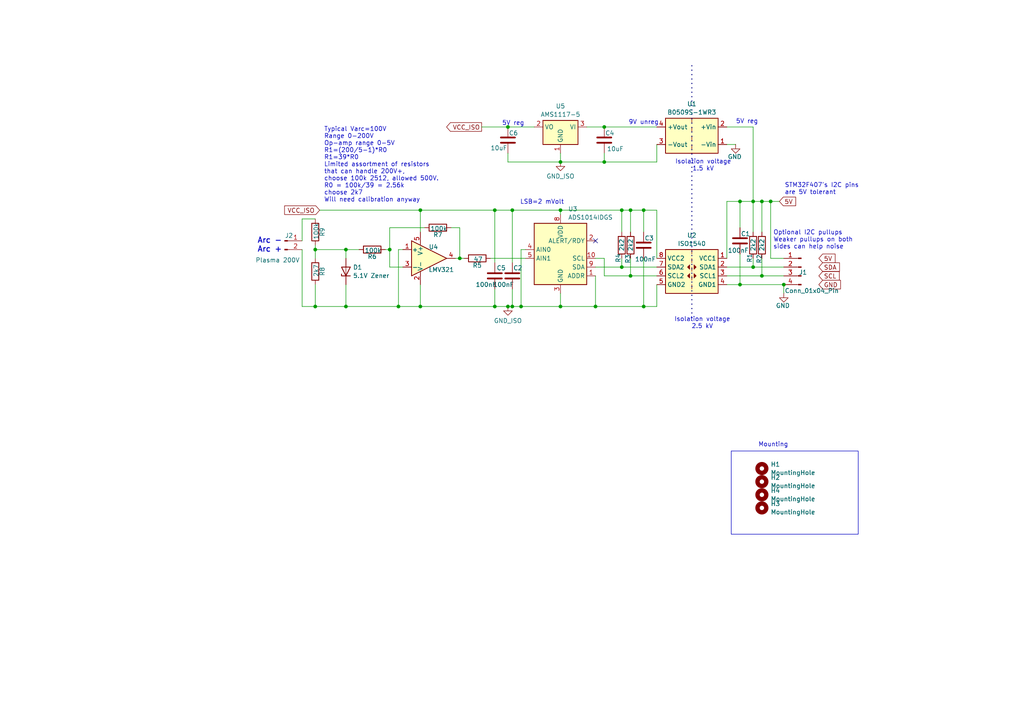
<source format=kicad_sch>
(kicad_sch
	(version 20231120)
	(generator "eeschema")
	(generator_version "8.0")
	(uuid "2f7c1153-70ce-434d-b080-3c6aade9d7b3")
	(paper "A4")
	(lib_symbols
		(symbol "Amplifier_Operational:LMV321"
			(pin_names
				(offset 0.127)
			)
			(exclude_from_sim no)
			(in_bom yes)
			(on_board yes)
			(property "Reference" "U"
				(at 0 5.08 0)
				(effects
					(font
						(size 1.27 1.27)
					)
					(justify left)
				)
			)
			(property "Value" "LMV321"
				(at 0 -5.08 0)
				(effects
					(font
						(size 1.27 1.27)
					)
					(justify left)
				)
			)
			(property "Footprint" ""
				(at 0 0 0)
				(effects
					(font
						(size 1.27 1.27)
					)
					(justify left)
					(hide yes)
				)
			)
			(property "Datasheet" "http://www.ti.com/lit/ds/symlink/lmv324.pdf"
				(at 0 0 0)
				(effects
					(font
						(size 1.27 1.27)
					)
					(hide yes)
				)
			)
			(property "Description" "Low-Voltage Rail-to-Rail Output Operational Amplifiers, SOT-23-5/SC-70-5"
				(at 0 0 0)
				(effects
					(font
						(size 1.27 1.27)
					)
					(hide yes)
				)
			)
			(property "ki_keywords" "single opamp"
				(at 0 0 0)
				(effects
					(font
						(size 1.27 1.27)
					)
					(hide yes)
				)
			)
			(property "ki_fp_filters" "SOT?23* *SC*70*"
				(at 0 0 0)
				(effects
					(font
						(size 1.27 1.27)
					)
					(hide yes)
				)
			)
			(symbol "LMV321_0_1"
				(polyline
					(pts
						(xy -5.08 5.08) (xy 5.08 0) (xy -5.08 -5.08) (xy -5.08 5.08)
					)
					(stroke
						(width 0.254)
						(type default)
					)
					(fill
						(type background)
					)
				)
				(pin power_in line
					(at -2.54 -7.62 90)
					(length 3.81)
					(name "V-"
						(effects
							(font
								(size 1.27 1.27)
							)
						)
					)
					(number "2"
						(effects
							(font
								(size 1.27 1.27)
							)
						)
					)
				)
				(pin power_in line
					(at -2.54 7.62 270)
					(length 3.81)
					(name "V+"
						(effects
							(font
								(size 1.27 1.27)
							)
						)
					)
					(number "5"
						(effects
							(font
								(size 1.27 1.27)
							)
						)
					)
				)
			)
			(symbol "LMV321_1_1"
				(pin input line
					(at -7.62 2.54 0)
					(length 2.54)
					(name "+"
						(effects
							(font
								(size 1.27 1.27)
							)
						)
					)
					(number "1"
						(effects
							(font
								(size 1.27 1.27)
							)
						)
					)
				)
				(pin input line
					(at -7.62 -2.54 0)
					(length 2.54)
					(name "-"
						(effects
							(font
								(size 1.27 1.27)
							)
						)
					)
					(number "3"
						(effects
							(font
								(size 1.27 1.27)
							)
						)
					)
				)
				(pin output line
					(at 7.62 0 180)
					(length 2.54)
					(name "~"
						(effects
							(font
								(size 1.27 1.27)
							)
						)
					)
					(number "4"
						(effects
							(font
								(size 1.27 1.27)
							)
						)
					)
				)
			)
		)
		(symbol "Analog_ADC:ADS1014IDGS"
			(exclude_from_sim no)
			(in_bom yes)
			(on_board yes)
			(property "Reference" "U"
				(at 2.54 13.97 0)
				(effects
					(font
						(size 1.27 1.27)
					)
				)
			)
			(property "Value" "ADS1014IDGS"
				(at 7.62 11.43 0)
				(effects
					(font
						(size 1.27 1.27)
					)
				)
			)
			(property "Footprint" "Package_SO:TSSOP-10_3x3mm_P0.5mm"
				(at 0 -12.7 0)
				(effects
					(font
						(size 1.27 1.27)
					)
					(hide yes)
				)
			)
			(property "Datasheet" "http://www.ti.com/lit/ds/symlink/ads1015.pdf"
				(at -1.27 -22.86 0)
				(effects
					(font
						(size 1.27 1.27)
					)
					(hide yes)
				)
			)
			(property "Description" "Ultra-Small, Low-Power, I2C-Compatible, 3.3-kSPS, 12-Bit ADCs With Internal Reference, Oscillator, and Programmable Comparator, VSSOP-10"
				(at 0 0 0)
				(effects
					(font
						(size 1.27 1.27)
					)
					(hide yes)
				)
			)
			(property "ki_keywords" "12 bit single channel I2C ADC"
				(at 0 0 0)
				(effects
					(font
						(size 1.27 1.27)
					)
					(hide yes)
				)
			)
			(property "ki_fp_filters" "TSSOP*3x3mm*P0.5mm*"
				(at 0 0 0)
				(effects
					(font
						(size 1.27 1.27)
					)
					(hide yes)
				)
			)
			(symbol "ADS1014IDGS_0_1"
				(rectangle
					(start -7.62 10.16)
					(end 7.62 -7.62)
					(stroke
						(width 0.254)
						(type default)
					)
					(fill
						(type background)
					)
				)
			)
			(symbol "ADS1014IDGS_1_1"
				(pin input line
					(at 10.16 -5.08 180)
					(length 2.54)
					(name "ADDR"
						(effects
							(font
								(size 1.27 1.27)
							)
						)
					)
					(number "1"
						(effects
							(font
								(size 1.27 1.27)
							)
						)
					)
				)
				(pin input line
					(at 10.16 0 180)
					(length 2.54)
					(name "SCL"
						(effects
							(font
								(size 1.27 1.27)
							)
						)
					)
					(number "10"
						(effects
							(font
								(size 1.27 1.27)
							)
						)
					)
				)
				(pin output line
					(at 10.16 5.08 180)
					(length 2.54)
					(name "ALERT/RDY"
						(effects
							(font
								(size 1.27 1.27)
							)
						)
					)
					(number "2"
						(effects
							(font
								(size 1.27 1.27)
							)
						)
					)
				)
				(pin power_in line
					(at 0 -10.16 90)
					(length 2.54)
					(name "GND"
						(effects
							(font
								(size 1.27 1.27)
							)
						)
					)
					(number "3"
						(effects
							(font
								(size 1.27 1.27)
							)
						)
					)
				)
				(pin input line
					(at -10.16 2.54 0)
					(length 2.54)
					(name "AIN0"
						(effects
							(font
								(size 1.27 1.27)
							)
						)
					)
					(number "4"
						(effects
							(font
								(size 1.27 1.27)
							)
						)
					)
				)
				(pin input line
					(at -10.16 0 0)
					(length 2.54)
					(name "AIN1"
						(effects
							(font
								(size 1.27 1.27)
							)
						)
					)
					(number "5"
						(effects
							(font
								(size 1.27 1.27)
							)
						)
					)
				)
				(pin no_connect line
					(at -7.62 7.62 0)
					(length 2.54) hide
					(name "~"
						(effects
							(font
								(size 1.27 1.27)
							)
						)
					)
					(number "6"
						(effects
							(font
								(size 1.27 1.27)
							)
						)
					)
				)
				(pin no_connect line
					(at -7.62 5.08 0)
					(length 2.54) hide
					(name "~"
						(effects
							(font
								(size 1.27 1.27)
							)
						)
					)
					(number "7"
						(effects
							(font
								(size 1.27 1.27)
							)
						)
					)
				)
				(pin power_in line
					(at 0 12.7 270)
					(length 2.54)
					(name "VDD"
						(effects
							(font
								(size 1.27 1.27)
							)
						)
					)
					(number "8"
						(effects
							(font
								(size 1.27 1.27)
							)
						)
					)
				)
				(pin bidirectional line
					(at 10.16 -2.54 180)
					(length 2.54)
					(name "SDA"
						(effects
							(font
								(size 1.27 1.27)
							)
						)
					)
					(number "9"
						(effects
							(font
								(size 1.27 1.27)
							)
						)
					)
				)
			)
		)
		(symbol "Connector:Conn_01x02_Pin"
			(pin_names
				(offset 1.016) hide)
			(exclude_from_sim no)
			(in_bom yes)
			(on_board yes)
			(property "Reference" "J"
				(at 0 2.54 0)
				(effects
					(font
						(size 1.27 1.27)
					)
				)
			)
			(property "Value" "Conn_01x02_Pin"
				(at 0 -5.08 0)
				(effects
					(font
						(size 1.27 1.27)
					)
				)
			)
			(property "Footprint" ""
				(at 0 0 0)
				(effects
					(font
						(size 1.27 1.27)
					)
					(hide yes)
				)
			)
			(property "Datasheet" "~"
				(at 0 0 0)
				(effects
					(font
						(size 1.27 1.27)
					)
					(hide yes)
				)
			)
			(property "Description" "Generic connector, single row, 01x02, script generated"
				(at 0 0 0)
				(effects
					(font
						(size 1.27 1.27)
					)
					(hide yes)
				)
			)
			(property "ki_locked" ""
				(at 0 0 0)
				(effects
					(font
						(size 1.27 1.27)
					)
				)
			)
			(property "ki_keywords" "connector"
				(at 0 0 0)
				(effects
					(font
						(size 1.27 1.27)
					)
					(hide yes)
				)
			)
			(property "ki_fp_filters" "Connector*:*_1x??_*"
				(at 0 0 0)
				(effects
					(font
						(size 1.27 1.27)
					)
					(hide yes)
				)
			)
			(symbol "Conn_01x02_Pin_1_1"
				(polyline
					(pts
						(xy 1.27 -2.54) (xy 0.8636 -2.54)
					)
					(stroke
						(width 0.1524)
						(type default)
					)
					(fill
						(type none)
					)
				)
				(polyline
					(pts
						(xy 1.27 0) (xy 0.8636 0)
					)
					(stroke
						(width 0.1524)
						(type default)
					)
					(fill
						(type none)
					)
				)
				(rectangle
					(start 0.8636 -2.413)
					(end 0 -2.667)
					(stroke
						(width 0.1524)
						(type default)
					)
					(fill
						(type outline)
					)
				)
				(rectangle
					(start 0.8636 0.127)
					(end 0 -0.127)
					(stroke
						(width 0.1524)
						(type default)
					)
					(fill
						(type outline)
					)
				)
				(pin passive line
					(at 5.08 0 180)
					(length 3.81)
					(name "Pin_1"
						(effects
							(font
								(size 1.27 1.27)
							)
						)
					)
					(number "1"
						(effects
							(font
								(size 1.27 1.27)
							)
						)
					)
				)
				(pin passive line
					(at 5.08 -2.54 180)
					(length 3.81)
					(name "Pin_2"
						(effects
							(font
								(size 1.27 1.27)
							)
						)
					)
					(number "2"
						(effects
							(font
								(size 1.27 1.27)
							)
						)
					)
				)
			)
		)
		(symbol "Connector:Conn_01x04_Pin"
			(pin_names
				(offset 1.016) hide)
			(exclude_from_sim no)
			(in_bom yes)
			(on_board yes)
			(property "Reference" "J"
				(at 0 5.08 0)
				(effects
					(font
						(size 1.27 1.27)
					)
				)
			)
			(property "Value" "Conn_01x04_Pin"
				(at 0 -7.62 0)
				(effects
					(font
						(size 1.27 1.27)
					)
				)
			)
			(property "Footprint" ""
				(at 0 0 0)
				(effects
					(font
						(size 1.27 1.27)
					)
					(hide yes)
				)
			)
			(property "Datasheet" "~"
				(at 0 0 0)
				(effects
					(font
						(size 1.27 1.27)
					)
					(hide yes)
				)
			)
			(property "Description" "Generic connector, single row, 01x04, script generated"
				(at 0 0 0)
				(effects
					(font
						(size 1.27 1.27)
					)
					(hide yes)
				)
			)
			(property "ki_locked" ""
				(at 0 0 0)
				(effects
					(font
						(size 1.27 1.27)
					)
				)
			)
			(property "ki_keywords" "connector"
				(at 0 0 0)
				(effects
					(font
						(size 1.27 1.27)
					)
					(hide yes)
				)
			)
			(property "ki_fp_filters" "Connector*:*_1x??_*"
				(at 0 0 0)
				(effects
					(font
						(size 1.27 1.27)
					)
					(hide yes)
				)
			)
			(symbol "Conn_01x04_Pin_1_1"
				(polyline
					(pts
						(xy 1.27 -5.08) (xy 0.8636 -5.08)
					)
					(stroke
						(width 0.1524)
						(type default)
					)
					(fill
						(type none)
					)
				)
				(polyline
					(pts
						(xy 1.27 -2.54) (xy 0.8636 -2.54)
					)
					(stroke
						(width 0.1524)
						(type default)
					)
					(fill
						(type none)
					)
				)
				(polyline
					(pts
						(xy 1.27 0) (xy 0.8636 0)
					)
					(stroke
						(width 0.1524)
						(type default)
					)
					(fill
						(type none)
					)
				)
				(polyline
					(pts
						(xy 1.27 2.54) (xy 0.8636 2.54)
					)
					(stroke
						(width 0.1524)
						(type default)
					)
					(fill
						(type none)
					)
				)
				(rectangle
					(start 0.8636 -4.953)
					(end 0 -5.207)
					(stroke
						(width 0.1524)
						(type default)
					)
					(fill
						(type outline)
					)
				)
				(rectangle
					(start 0.8636 -2.413)
					(end 0 -2.667)
					(stroke
						(width 0.1524)
						(type default)
					)
					(fill
						(type outline)
					)
				)
				(rectangle
					(start 0.8636 0.127)
					(end 0 -0.127)
					(stroke
						(width 0.1524)
						(type default)
					)
					(fill
						(type outline)
					)
				)
				(rectangle
					(start 0.8636 2.667)
					(end 0 2.413)
					(stroke
						(width 0.1524)
						(type default)
					)
					(fill
						(type outline)
					)
				)
				(pin passive line
					(at 5.08 2.54 180)
					(length 3.81)
					(name "Pin_1"
						(effects
							(font
								(size 1.27 1.27)
							)
						)
					)
					(number "1"
						(effects
							(font
								(size 1.27 1.27)
							)
						)
					)
				)
				(pin passive line
					(at 5.08 0 180)
					(length 3.81)
					(name "Pin_2"
						(effects
							(font
								(size 1.27 1.27)
							)
						)
					)
					(number "2"
						(effects
							(font
								(size 1.27 1.27)
							)
						)
					)
				)
				(pin passive line
					(at 5.08 -2.54 180)
					(length 3.81)
					(name "Pin_3"
						(effects
							(font
								(size 1.27 1.27)
							)
						)
					)
					(number "3"
						(effects
							(font
								(size 1.27 1.27)
							)
						)
					)
				)
				(pin passive line
					(at 5.08 -5.08 180)
					(length 3.81)
					(name "Pin_4"
						(effects
							(font
								(size 1.27 1.27)
							)
						)
					)
					(number "4"
						(effects
							(font
								(size 1.27 1.27)
							)
						)
					)
				)
			)
		)
		(symbol "Converter_DCDC:TEA1-0505"
			(exclude_from_sim no)
			(in_bom yes)
			(on_board yes)
			(property "Reference" "U"
				(at -7.62 6.35 0)
				(effects
					(font
						(size 1.27 1.27)
					)
					(justify left)
				)
			)
			(property "Value" "TEA1-0505"
				(at -2.54 6.35 0)
				(effects
					(font
						(size 1.27 1.27)
					)
					(justify left)
				)
			)
			(property "Footprint" "Converter_DCDC:Converter_DCDC_TRACO_TEA1-xxxx_THT"
				(at 0 -8.89 0)
				(effects
					(font
						(size 1.27 1.27)
					)
					(hide yes)
				)
			)
			(property "Datasheet" "https://www.tracopower.com/products/tea1.pdf"
				(at 0 -6.35 0)
				(effects
					(font
						(size 1.27 1.27)
					)
					(hide yes)
				)
			)
			(property "Description" "1W DC/DC converter unregulated, 4.5-5.5V input, 5V output voltage, 200mA output, 1.5kVDC isolation, SIP-4"
				(at 0 0 0)
				(effects
					(font
						(size 1.27 1.27)
					)
					(hide yes)
				)
			)
			(property "ki_keywords" "Traco isolated isolation dc-dc converter not-regulated non-regulated single 1W"
				(at 0 0 0)
				(effects
					(font
						(size 1.27 1.27)
					)
					(hide yes)
				)
			)
			(property "ki_fp_filters" "Converter*DCDC*TRACO*TEA1*THT*"
				(at 0 0 0)
				(effects
					(font
						(size 1.27 1.27)
					)
					(hide yes)
				)
			)
			(symbol "TEA1-0505_0_0"
				(pin power_in line
					(at -10.16 -2.54 0)
					(length 2.54)
					(name "-Vin"
						(effects
							(font
								(size 1.27 1.27)
							)
						)
					)
					(number "1"
						(effects
							(font
								(size 1.27 1.27)
							)
						)
					)
				)
				(pin power_in line
					(at -10.16 2.54 0)
					(length 2.54)
					(name "+Vin"
						(effects
							(font
								(size 1.27 1.27)
							)
						)
					)
					(number "2"
						(effects
							(font
								(size 1.27 1.27)
							)
						)
					)
				)
				(pin power_out line
					(at 10.16 -2.54 180)
					(length 2.54)
					(name "-Vout"
						(effects
							(font
								(size 1.27 1.27)
							)
						)
					)
					(number "3"
						(effects
							(font
								(size 1.27 1.27)
							)
						)
					)
				)
				(pin power_out line
					(at 10.16 2.54 180)
					(length 2.54)
					(name "+Vout"
						(effects
							(font
								(size 1.27 1.27)
							)
						)
					)
					(number "4"
						(effects
							(font
								(size 1.27 1.27)
							)
						)
					)
				)
			)
			(symbol "TEA1-0505_0_1"
				(rectangle
					(start -7.62 5.08)
					(end 7.62 -5.08)
					(stroke
						(width 0.254)
						(type default)
					)
					(fill
						(type background)
					)
				)
				(polyline
					(pts
						(xy 0 -2.54) (xy 0 -3.81)
					)
					(stroke
						(width 0)
						(type default)
					)
					(fill
						(type none)
					)
				)
				(polyline
					(pts
						(xy 0 0) (xy 0 -1.27)
					)
					(stroke
						(width 0)
						(type default)
					)
					(fill
						(type none)
					)
				)
				(polyline
					(pts
						(xy 0 2.54) (xy 0 1.27)
					)
					(stroke
						(width 0)
						(type default)
					)
					(fill
						(type none)
					)
				)
				(polyline
					(pts
						(xy 0 5.08) (xy 0 3.81)
					)
					(stroke
						(width 0)
						(type default)
					)
					(fill
						(type none)
					)
				)
			)
		)
		(symbol "Device:C"
			(pin_numbers hide)
			(pin_names
				(offset 0.254)
			)
			(exclude_from_sim no)
			(in_bom yes)
			(on_board yes)
			(property "Reference" "C"
				(at 0.635 2.54 0)
				(effects
					(font
						(size 1.27 1.27)
					)
					(justify left)
				)
			)
			(property "Value" "C"
				(at 0.635 -2.54 0)
				(effects
					(font
						(size 1.27 1.27)
					)
					(justify left)
				)
			)
			(property "Footprint" ""
				(at 0.9652 -3.81 0)
				(effects
					(font
						(size 1.27 1.27)
					)
					(hide yes)
				)
			)
			(property "Datasheet" "~"
				(at 0 0 0)
				(effects
					(font
						(size 1.27 1.27)
					)
					(hide yes)
				)
			)
			(property "Description" "Unpolarized capacitor"
				(at 0 0 0)
				(effects
					(font
						(size 1.27 1.27)
					)
					(hide yes)
				)
			)
			(property "ki_keywords" "cap capacitor"
				(at 0 0 0)
				(effects
					(font
						(size 1.27 1.27)
					)
					(hide yes)
				)
			)
			(property "ki_fp_filters" "C_*"
				(at 0 0 0)
				(effects
					(font
						(size 1.27 1.27)
					)
					(hide yes)
				)
			)
			(symbol "C_0_1"
				(polyline
					(pts
						(xy -2.032 -0.762) (xy 2.032 -0.762)
					)
					(stroke
						(width 0.508)
						(type default)
					)
					(fill
						(type none)
					)
				)
				(polyline
					(pts
						(xy -2.032 0.762) (xy 2.032 0.762)
					)
					(stroke
						(width 0.508)
						(type default)
					)
					(fill
						(type none)
					)
				)
			)
			(symbol "C_1_1"
				(pin passive line
					(at 0 3.81 270)
					(length 2.794)
					(name "~"
						(effects
							(font
								(size 1.27 1.27)
							)
						)
					)
					(number "1"
						(effects
							(font
								(size 1.27 1.27)
							)
						)
					)
				)
				(pin passive line
					(at 0 -3.81 90)
					(length 2.794)
					(name "~"
						(effects
							(font
								(size 1.27 1.27)
							)
						)
					)
					(number "2"
						(effects
							(font
								(size 1.27 1.27)
							)
						)
					)
				)
			)
		)
		(symbol "Device:D_Zener"
			(pin_numbers hide)
			(pin_names
				(offset 1.016) hide)
			(exclude_from_sim no)
			(in_bom yes)
			(on_board yes)
			(property "Reference" "D"
				(at 0 2.54 0)
				(effects
					(font
						(size 1.27 1.27)
					)
				)
			)
			(property "Value" "D_Zener"
				(at 0 -2.54 0)
				(effects
					(font
						(size 1.27 1.27)
					)
				)
			)
			(property "Footprint" ""
				(at 0 0 0)
				(effects
					(font
						(size 1.27 1.27)
					)
					(hide yes)
				)
			)
			(property "Datasheet" "~"
				(at 0 0 0)
				(effects
					(font
						(size 1.27 1.27)
					)
					(hide yes)
				)
			)
			(property "Description" "Zener diode"
				(at 0 0 0)
				(effects
					(font
						(size 1.27 1.27)
					)
					(hide yes)
				)
			)
			(property "ki_keywords" "diode"
				(at 0 0 0)
				(effects
					(font
						(size 1.27 1.27)
					)
					(hide yes)
				)
			)
			(property "ki_fp_filters" "TO-???* *_Diode_* *SingleDiode* D_*"
				(at 0 0 0)
				(effects
					(font
						(size 1.27 1.27)
					)
					(hide yes)
				)
			)
			(symbol "D_Zener_0_1"
				(polyline
					(pts
						(xy 1.27 0) (xy -1.27 0)
					)
					(stroke
						(width 0)
						(type default)
					)
					(fill
						(type none)
					)
				)
				(polyline
					(pts
						(xy -1.27 -1.27) (xy -1.27 1.27) (xy -0.762 1.27)
					)
					(stroke
						(width 0.254)
						(type default)
					)
					(fill
						(type none)
					)
				)
				(polyline
					(pts
						(xy 1.27 -1.27) (xy 1.27 1.27) (xy -1.27 0) (xy 1.27 -1.27)
					)
					(stroke
						(width 0.254)
						(type default)
					)
					(fill
						(type none)
					)
				)
			)
			(symbol "D_Zener_1_1"
				(pin passive line
					(at -3.81 0 0)
					(length 2.54)
					(name "K"
						(effects
							(font
								(size 1.27 1.27)
							)
						)
					)
					(number "1"
						(effects
							(font
								(size 1.27 1.27)
							)
						)
					)
				)
				(pin passive line
					(at 3.81 0 180)
					(length 2.54)
					(name "A"
						(effects
							(font
								(size 1.27 1.27)
							)
						)
					)
					(number "2"
						(effects
							(font
								(size 1.27 1.27)
							)
						)
					)
				)
			)
		)
		(symbol "Device:R"
			(pin_numbers hide)
			(pin_names
				(offset 0)
			)
			(exclude_from_sim no)
			(in_bom yes)
			(on_board yes)
			(property "Reference" "R"
				(at 2.032 0 90)
				(effects
					(font
						(size 1.27 1.27)
					)
				)
			)
			(property "Value" "R"
				(at 0 0 90)
				(effects
					(font
						(size 1.27 1.27)
					)
				)
			)
			(property "Footprint" ""
				(at -1.778 0 90)
				(effects
					(font
						(size 1.27 1.27)
					)
					(hide yes)
				)
			)
			(property "Datasheet" "~"
				(at 0 0 0)
				(effects
					(font
						(size 1.27 1.27)
					)
					(hide yes)
				)
			)
			(property "Description" "Resistor"
				(at 0 0 0)
				(effects
					(font
						(size 1.27 1.27)
					)
					(hide yes)
				)
			)
			(property "ki_keywords" "R res resistor"
				(at 0 0 0)
				(effects
					(font
						(size 1.27 1.27)
					)
					(hide yes)
				)
			)
			(property "ki_fp_filters" "R_*"
				(at 0 0 0)
				(effects
					(font
						(size 1.27 1.27)
					)
					(hide yes)
				)
			)
			(symbol "R_0_1"
				(rectangle
					(start -1.016 -2.54)
					(end 1.016 2.54)
					(stroke
						(width 0.254)
						(type default)
					)
					(fill
						(type none)
					)
				)
			)
			(symbol "R_1_1"
				(pin passive line
					(at 0 3.81 270)
					(length 1.27)
					(name "~"
						(effects
							(font
								(size 1.27 1.27)
							)
						)
					)
					(number "1"
						(effects
							(font
								(size 1.27 1.27)
							)
						)
					)
				)
				(pin passive line
					(at 0 -3.81 90)
					(length 1.27)
					(name "~"
						(effects
							(font
								(size 1.27 1.27)
							)
						)
					)
					(number "2"
						(effects
							(font
								(size 1.27 1.27)
							)
						)
					)
				)
			)
		)
		(symbol "Isolator:ISO1540"
			(exclude_from_sim no)
			(in_bom yes)
			(on_board yes)
			(property "Reference" "U"
				(at -6.35 6.35 0)
				(effects
					(font
						(size 1.27 1.27)
					)
				)
			)
			(property "Value" "ISO1540"
				(at 3.81 6.35 0)
				(effects
					(font
						(size 1.27 1.27)
					)
				)
			)
			(property "Footprint" "Package_SO:SOIC-8_3.9x4.9mm_P1.27mm"
				(at 0 -8.89 0)
				(effects
					(font
						(size 1.27 1.27)
					)
					(hide yes)
				)
			)
			(property "Datasheet" "http://www.ti.com/lit/ds/symlink/iso1541.pdf"
				(at 0 1.27 0)
				(effects
					(font
						(size 1.27 1.27)
					)
					(hide yes)
				)
			)
			(property "Description" "I2C Isolator, 2.5 kVrms, Bidirectional clock and data, SOIC-8"
				(at 0 0 0)
				(effects
					(font
						(size 1.27 1.27)
					)
					(hide yes)
				)
			)
			(property "ki_keywords" "digital isolator i2c"
				(at 0 0 0)
				(effects
					(font
						(size 1.27 1.27)
					)
					(hide yes)
				)
			)
			(property "ki_fp_filters" "SOIC*3.9x4.9mm*P1.27mm*"
				(at 0 0 0)
				(effects
					(font
						(size 1.27 1.27)
					)
					(hide yes)
				)
			)
			(symbol "ISO1540_0_1"
				(rectangle
					(start -7.62 5.08)
					(end 7.62 -7.62)
					(stroke
						(width 0.254)
						(type default)
					)
					(fill
						(type background)
					)
				)
				(rectangle
					(start 0 -5.08)
					(end 0 -6.35)
					(stroke
						(width 0)
						(type default)
					)
					(fill
						(type none)
					)
				)
				(polyline
					(pts
						(xy 0 -2.54) (xy 0 -3.81)
					)
					(stroke
						(width 0)
						(type default)
					)
					(fill
						(type none)
					)
				)
				(polyline
					(pts
						(xy 0 0) (xy 0 -1.27)
					)
					(stroke
						(width 0)
						(type default)
					)
					(fill
						(type none)
					)
				)
				(polyline
					(pts
						(xy 0 2.54) (xy 0 1.27)
					)
					(stroke
						(width 0)
						(type default)
					)
					(fill
						(type none)
					)
				)
				(polyline
					(pts
						(xy 0 5.08) (xy 0 3.81)
					)
					(stroke
						(width 0)
						(type default)
					)
					(fill
						(type none)
					)
				)
				(polyline
					(pts
						(xy -0.635 0.635) (xy -1.27 0) (xy -0.635 -0.635) (xy -0.635 0.635)
					)
					(stroke
						(width 0)
						(type default)
					)
					(fill
						(type outline)
					)
				)
				(polyline
					(pts
						(xy 0.635 -1.905) (xy 1.27 -2.54) (xy 0.635 -3.175) (xy 0.635 -1.905)
					)
					(stroke
						(width 0)
						(type default)
					)
					(fill
						(type outline)
					)
				)
				(polyline
					(pts
						(xy 0.635 0.635) (xy 1.27 0) (xy 0.635 -0.635) (xy 0.635 0.635)
					)
					(stroke
						(width 0)
						(type default)
					)
					(fill
						(type outline)
					)
				)
			)
			(symbol "ISO1540_1_1"
				(polyline
					(pts
						(xy -0.635 -1.905) (xy -1.27 -2.54) (xy -0.635 -3.175) (xy -0.635 -1.905)
					)
					(stroke
						(width 0)
						(type default)
					)
					(fill
						(type outline)
					)
				)
				(pin power_in line
					(at -10.16 2.54 0)
					(length 2.54)
					(name "VCC1"
						(effects
							(font
								(size 1.27 1.27)
							)
						)
					)
					(number "1"
						(effects
							(font
								(size 1.27 1.27)
							)
						)
					)
				)
				(pin bidirectional line
					(at -10.16 0 0)
					(length 2.54)
					(name "SDA1"
						(effects
							(font
								(size 1.27 1.27)
							)
						)
					)
					(number "2"
						(effects
							(font
								(size 1.27 1.27)
							)
						)
					)
				)
				(pin bidirectional line
					(at -10.16 -2.54 0)
					(length 2.54)
					(name "SCL1"
						(effects
							(font
								(size 1.27 1.27)
							)
						)
					)
					(number "3"
						(effects
							(font
								(size 1.27 1.27)
							)
						)
					)
				)
				(pin power_in line
					(at -10.16 -5.08 0)
					(length 2.54)
					(name "GND1"
						(effects
							(font
								(size 1.27 1.27)
							)
						)
					)
					(number "4"
						(effects
							(font
								(size 1.27 1.27)
							)
						)
					)
				)
				(pin power_in line
					(at 10.16 -5.08 180)
					(length 2.54)
					(name "GND2"
						(effects
							(font
								(size 1.27 1.27)
							)
						)
					)
					(number "5"
						(effects
							(font
								(size 1.27 1.27)
							)
						)
					)
				)
				(pin bidirectional line
					(at 10.16 -2.54 180)
					(length 2.54)
					(name "SCL2"
						(effects
							(font
								(size 1.27 1.27)
							)
						)
					)
					(number "6"
						(effects
							(font
								(size 1.27 1.27)
							)
						)
					)
				)
				(pin bidirectional line
					(at 10.16 0 180)
					(length 2.54)
					(name "SDA2"
						(effects
							(font
								(size 1.27 1.27)
							)
						)
					)
					(number "7"
						(effects
							(font
								(size 1.27 1.27)
							)
						)
					)
				)
				(pin power_in line
					(at 10.16 2.54 180)
					(length 2.54)
					(name "VCC2"
						(effects
							(font
								(size 1.27 1.27)
							)
						)
					)
					(number "8"
						(effects
							(font
								(size 1.27 1.27)
							)
						)
					)
				)
			)
		)
		(symbol "Mechanical:MountingHole"
			(pin_names
				(offset 1.016)
			)
			(exclude_from_sim yes)
			(in_bom no)
			(on_board yes)
			(property "Reference" "H"
				(at 0 5.08 0)
				(effects
					(font
						(size 1.27 1.27)
					)
				)
			)
			(property "Value" "MountingHole"
				(at 0 3.175 0)
				(effects
					(font
						(size 1.27 1.27)
					)
				)
			)
			(property "Footprint" ""
				(at 0 0 0)
				(effects
					(font
						(size 1.27 1.27)
					)
					(hide yes)
				)
			)
			(property "Datasheet" "~"
				(at 0 0 0)
				(effects
					(font
						(size 1.27 1.27)
					)
					(hide yes)
				)
			)
			(property "Description" "Mounting Hole without connection"
				(at 0 0 0)
				(effects
					(font
						(size 1.27 1.27)
					)
					(hide yes)
				)
			)
			(property "ki_keywords" "mounting hole"
				(at 0 0 0)
				(effects
					(font
						(size 1.27 1.27)
					)
					(hide yes)
				)
			)
			(property "ki_fp_filters" "MountingHole*"
				(at 0 0 0)
				(effects
					(font
						(size 1.27 1.27)
					)
					(hide yes)
				)
			)
			(symbol "MountingHole_0_1"
				(circle
					(center 0 0)
					(radius 1.27)
					(stroke
						(width 1.27)
						(type default)
					)
					(fill
						(type none)
					)
				)
			)
		)
		(symbol "Regulator_Linear:AMS1117-3.3"
			(exclude_from_sim no)
			(in_bom yes)
			(on_board yes)
			(property "Reference" "U"
				(at -3.81 3.175 0)
				(effects
					(font
						(size 1.27 1.27)
					)
				)
			)
			(property "Value" "AMS1117-3.3"
				(at 0 3.175 0)
				(effects
					(font
						(size 1.27 1.27)
					)
					(justify left)
				)
			)
			(property "Footprint" "Package_TO_SOT_SMD:SOT-223-3_TabPin2"
				(at 0 5.08 0)
				(effects
					(font
						(size 1.27 1.27)
					)
					(hide yes)
				)
			)
			(property "Datasheet" "http://www.advanced-monolithic.com/pdf/ds1117.pdf"
				(at 2.54 -6.35 0)
				(effects
					(font
						(size 1.27 1.27)
					)
					(hide yes)
				)
			)
			(property "Description" "1A Low Dropout regulator, positive, 3.3V fixed output, SOT-223"
				(at 0 0 0)
				(effects
					(font
						(size 1.27 1.27)
					)
					(hide yes)
				)
			)
			(property "ki_keywords" "linear regulator ldo fixed positive"
				(at 0 0 0)
				(effects
					(font
						(size 1.27 1.27)
					)
					(hide yes)
				)
			)
			(property "ki_fp_filters" "SOT?223*TabPin2*"
				(at 0 0 0)
				(effects
					(font
						(size 1.27 1.27)
					)
					(hide yes)
				)
			)
			(symbol "AMS1117-3.3_0_1"
				(rectangle
					(start -5.08 -5.08)
					(end 5.08 1.905)
					(stroke
						(width 0.254)
						(type default)
					)
					(fill
						(type background)
					)
				)
			)
			(symbol "AMS1117-3.3_1_1"
				(pin power_in line
					(at 0 -7.62 90)
					(length 2.54)
					(name "GND"
						(effects
							(font
								(size 1.27 1.27)
							)
						)
					)
					(number "1"
						(effects
							(font
								(size 1.27 1.27)
							)
						)
					)
				)
				(pin power_out line
					(at 7.62 0 180)
					(length 2.54)
					(name "VO"
						(effects
							(font
								(size 1.27 1.27)
							)
						)
					)
					(number "2"
						(effects
							(font
								(size 1.27 1.27)
							)
						)
					)
				)
				(pin power_in line
					(at -7.62 0 0)
					(length 2.54)
					(name "VI"
						(effects
							(font
								(size 1.27 1.27)
							)
						)
					)
					(number "3"
						(effects
							(font
								(size 1.27 1.27)
							)
						)
					)
				)
			)
		)
		(symbol "power:GND"
			(power)
			(pin_numbers hide)
			(pin_names
				(offset 0) hide)
			(exclude_from_sim no)
			(in_bom yes)
			(on_board yes)
			(property "Reference" "#PWR"
				(at 0 -6.35 0)
				(effects
					(font
						(size 1.27 1.27)
					)
					(hide yes)
				)
			)
			(property "Value" "GND"
				(at 0 -3.81 0)
				(effects
					(font
						(size 1.27 1.27)
					)
				)
			)
			(property "Footprint" ""
				(at 0 0 0)
				(effects
					(font
						(size 1.27 1.27)
					)
					(hide yes)
				)
			)
			(property "Datasheet" ""
				(at 0 0 0)
				(effects
					(font
						(size 1.27 1.27)
					)
					(hide yes)
				)
			)
			(property "Description" "Power symbol creates a global label with name \"GND\" , ground"
				(at 0 0 0)
				(effects
					(font
						(size 1.27 1.27)
					)
					(hide yes)
				)
			)
			(property "ki_keywords" "global power"
				(at 0 0 0)
				(effects
					(font
						(size 1.27 1.27)
					)
					(hide yes)
				)
			)
			(symbol "GND_0_1"
				(polyline
					(pts
						(xy 0 0) (xy 0 -1.27) (xy 1.27 -1.27) (xy 0 -2.54) (xy -1.27 -1.27) (xy 0 -1.27)
					)
					(stroke
						(width 0)
						(type default)
					)
					(fill
						(type none)
					)
				)
			)
			(symbol "GND_1_1"
				(pin power_in line
					(at 0 0 270)
					(length 0)
					(name "~"
						(effects
							(font
								(size 1.27 1.27)
							)
						)
					)
					(number "1"
						(effects
							(font
								(size 1.27 1.27)
							)
						)
					)
				)
			)
		)
		(symbol "power:GND1"
			(power)
			(pin_numbers hide)
			(pin_names
				(offset 0) hide)
			(exclude_from_sim no)
			(in_bom yes)
			(on_board yes)
			(property "Reference" "#PWR"
				(at 0 -6.35 0)
				(effects
					(font
						(size 1.27 1.27)
					)
					(hide yes)
				)
			)
			(property "Value" "GND1"
				(at 0 -3.81 0)
				(effects
					(font
						(size 1.27 1.27)
					)
				)
			)
			(property "Footprint" ""
				(at 0 0 0)
				(effects
					(font
						(size 1.27 1.27)
					)
					(hide yes)
				)
			)
			(property "Datasheet" ""
				(at 0 0 0)
				(effects
					(font
						(size 1.27 1.27)
					)
					(hide yes)
				)
			)
			(property "Description" "Power symbol creates a global label with name \"GND1\" , ground"
				(at 0 0 0)
				(effects
					(font
						(size 1.27 1.27)
					)
					(hide yes)
				)
			)
			(property "ki_keywords" "global power"
				(at 0 0 0)
				(effects
					(font
						(size 1.27 1.27)
					)
					(hide yes)
				)
			)
			(symbol "GND1_0_1"
				(polyline
					(pts
						(xy 0 0) (xy 0 -1.27) (xy 1.27 -1.27) (xy 0 -2.54) (xy -1.27 -1.27) (xy 0 -1.27)
					)
					(stroke
						(width 0)
						(type default)
					)
					(fill
						(type none)
					)
				)
			)
			(symbol "GND1_1_1"
				(pin power_in line
					(at 0 0 270)
					(length 0)
					(name "~"
						(effects
							(font
								(size 1.27 1.27)
							)
						)
					)
					(number "1"
						(effects
							(font
								(size 1.27 1.27)
							)
						)
					)
				)
			)
		)
	)
	(junction
		(at 148.59 88.9)
		(diameter 0)
		(color 0 0 0 0)
		(uuid "0071b795-768b-4449-b5f1-e2b49dcc8431")
	)
	(junction
		(at 175.26 36.83)
		(diameter 0)
		(color 0 0 0 0)
		(uuid "04605b74-d893-413d-977b-45295784f62e")
	)
	(junction
		(at 175.26 46.99)
		(diameter 0)
		(color 0 0 0 0)
		(uuid "15b3247d-2f54-4572-9e75-28c11daee088")
	)
	(junction
		(at 151.13 88.9)
		(diameter 0)
		(color 0 0 0 0)
		(uuid "1a7cb36d-23c2-4f8a-bd25-a378f2b684c2")
	)
	(junction
		(at 147.32 88.9)
		(diameter 0)
		(color 0 0 0 0)
		(uuid "2a5dc2b2-c88d-41cb-baca-a15f06f06989")
	)
	(junction
		(at 227.33 82.55)
		(diameter 0)
		(color 0 0 0 0)
		(uuid "2d20c1d8-3df6-45ff-ae82-bd6296bae15f")
	)
	(junction
		(at 162.56 88.9)
		(diameter 0)
		(color 0 0 0 0)
		(uuid "38abb0af-5a3a-47f6-916e-0c5182ba28d5")
	)
	(junction
		(at 220.98 80.01)
		(diameter 0)
		(color 0 0 0 0)
		(uuid "3cd964a1-8cb0-4839-9edf-cb6173da55fb")
	)
	(junction
		(at 147.32 36.83)
		(diameter 0)
		(color 0 0 0 0)
		(uuid "407eddcb-930d-4c52-94b4-96f8b9a0896e")
	)
	(junction
		(at 172.72 88.9)
		(diameter 0)
		(color 0 0 0 0)
		(uuid "46dae932-bcdc-4095-8599-56b72629bfe4")
	)
	(junction
		(at 186.69 88.9)
		(diameter 0)
		(color 0 0 0 0)
		(uuid "478de721-a729-492f-a034-60e62ecafa5b")
	)
	(junction
		(at 223.52 58.42)
		(diameter 0)
		(color 0 0 0 0)
		(uuid "6146eb5b-4eaf-46fe-9ccf-af1fb2894c71")
	)
	(junction
		(at 100.33 72.39)
		(diameter 0)
		(color 0 0 0 0)
		(uuid "62aa0ebc-62e5-4b5d-917f-a61367433302")
	)
	(junction
		(at 143.51 60.96)
		(diameter 0)
		(color 0 0 0 0)
		(uuid "64d32385-d896-4224-878f-0895fe5bef82")
	)
	(junction
		(at 220.98 58.42)
		(diameter 0)
		(color 0 0 0 0)
		(uuid "67fa200a-9a93-4a73-8028-e2ca69a459bb")
	)
	(junction
		(at 180.34 60.96)
		(diameter 0)
		(color 0 0 0 0)
		(uuid "6b13d4e1-e458-458c-b92e-5494a9ad5475")
	)
	(junction
		(at 143.51 88.9)
		(diameter 0)
		(color 0 0 0 0)
		(uuid "6bb5b76f-9e74-43a0-bcac-eb6673a6959b")
	)
	(junction
		(at 218.44 77.47)
		(diameter 0)
		(color 0 0 0 0)
		(uuid "81d4d80b-1124-4d85-906f-bd69011f1b77")
	)
	(junction
		(at 121.92 88.9)
		(diameter 0)
		(color 0 0 0 0)
		(uuid "871999c9-3542-4ed6-8dd4-09d6a9ef3287")
	)
	(junction
		(at 218.44 58.42)
		(diameter 0)
		(color 0 0 0 0)
		(uuid "9376b68a-6106-47f1-8d08-7af6479c8aa3")
	)
	(junction
		(at 214.63 82.55)
		(diameter 0)
		(color 0 0 0 0)
		(uuid "a392d238-016c-4fd2-8c9a-f3ea0888fc82")
	)
	(junction
		(at 182.88 60.96)
		(diameter 0)
		(color 0 0 0 0)
		(uuid "ab77a82e-4a3c-4cbe-9fde-27ceb6592ce7")
	)
	(junction
		(at 100.33 88.9)
		(diameter 0)
		(color 0 0 0 0)
		(uuid "badd3660-8d81-45e6-b4bd-e4186971f637")
	)
	(junction
		(at 148.59 60.96)
		(diameter 0)
		(color 0 0 0 0)
		(uuid "bd60d5b3-4353-40d5-88b4-3460cfc7fa7d")
	)
	(junction
		(at 182.88 80.01)
		(diameter 0)
		(color 0 0 0 0)
		(uuid "cc6f631d-4186-44e8-b807-06054766e0ff")
	)
	(junction
		(at 121.92 60.96)
		(diameter 0)
		(color 0 0 0 0)
		(uuid "ce1c7b79-cecf-49fe-bc77-d82f1357a293")
	)
	(junction
		(at 180.34 77.47)
		(diameter 0)
		(color 0 0 0 0)
		(uuid "db555c89-f8ee-45e7-9435-a98651416527")
	)
	(junction
		(at 214.63 58.42)
		(diameter 0)
		(color 0 0 0 0)
		(uuid "e23b9bb4-8ec6-44af-8578-dc1a4b7a9e28")
	)
	(junction
		(at 113.03 72.39)
		(diameter 0)
		(color 0 0 0 0)
		(uuid "e71f59df-5cdb-401c-8b05-7696463b5086")
	)
	(junction
		(at 162.56 60.96)
		(diameter 0)
		(color 0 0 0 0)
		(uuid "e8cdc941-f398-4460-9918-87a664d72d68")
	)
	(junction
		(at 186.69 60.96)
		(diameter 0)
		(color 0 0 0 0)
		(uuid "e8f6982d-ac50-48e7-804f-6735d5b94613")
	)
	(junction
		(at 91.44 88.9)
		(diameter 0)
		(color 0 0 0 0)
		(uuid "ebc5ada9-939c-4560-b159-e838e6eaff05")
	)
	(junction
		(at 162.56 46.99)
		(diameter 0)
		(color 0 0 0 0)
		(uuid "f1f56f34-fe19-41f2-b10f-181e1ec234b6")
	)
	(junction
		(at 133.35 74.93)
		(diameter 0)
		(color 0 0 0 0)
		(uuid "f9da25f0-a671-4c6a-9aad-1bbcf70b0dc0")
	)
	(junction
		(at 91.44 72.39)
		(diameter 0)
		(color 0 0 0 0)
		(uuid "fccf4d7e-0052-45db-98ff-219930806e68")
	)
	(junction
		(at 115.57 88.9)
		(diameter 0)
		(color 0 0 0 0)
		(uuid "fda7ce07-bbad-4284-99ab-bd5d2b3daac7")
	)
	(no_connect
		(at 172.72 69.85)
		(uuid "5b60f741-d72c-4c77-be23-7681d45c2a3f")
	)
	(wire
		(pts
			(xy 220.98 58.42) (xy 223.52 58.42)
		)
		(stroke
			(width 0)
			(type default)
		)
		(uuid "00bf0d46-f3f7-4fd6-b156-6383c917f0eb")
	)
	(wire
		(pts
			(xy 172.72 77.47) (xy 180.34 77.47)
		)
		(stroke
			(width 0)
			(type default)
		)
		(uuid "045af0f3-641d-42f5-98f3-fd47b058a75f")
	)
	(wire
		(pts
			(xy 210.82 58.42) (xy 210.82 74.93)
		)
		(stroke
			(width 0)
			(type default)
		)
		(uuid "04a96b7f-5442-49e0-b5d2-0fae8bd07c6a")
	)
	(wire
		(pts
			(xy 87.63 63.5) (xy 87.63 69.85)
		)
		(stroke
			(width 0)
			(type default)
		)
		(uuid "04c7f815-b533-4b03-ad83-4e79ecc9cec1")
	)
	(wire
		(pts
			(xy 186.69 60.96) (xy 182.88 60.96)
		)
		(stroke
			(width 0)
			(type default)
		)
		(uuid "0718b523-238b-4f86-839a-9d6f36ef5aed")
	)
	(wire
		(pts
			(xy 218.44 58.42) (xy 220.98 58.42)
		)
		(stroke
			(width 0)
			(type default)
		)
		(uuid "09025718-cdf8-4b20-875f-c26848952154")
	)
	(wire
		(pts
			(xy 132.08 74.93) (xy 133.35 74.93)
		)
		(stroke
			(width 0)
			(type default)
		)
		(uuid "0bad3a7f-81b5-40b9-9992-9166b2f02d19")
	)
	(wire
		(pts
			(xy 214.63 58.42) (xy 218.44 58.42)
		)
		(stroke
			(width 0)
			(type default)
		)
		(uuid "0cf662b6-b112-4771-bae7-1b94c0e1e18c")
	)
	(wire
		(pts
			(xy 91.44 71.12) (xy 91.44 72.39)
		)
		(stroke
			(width 0)
			(type default)
		)
		(uuid "0d29298e-c05d-49de-a4b5-04bee0bbadde")
	)
	(wire
		(pts
			(xy 142.24 74.93) (xy 152.4 74.93)
		)
		(stroke
			(width 0)
			(type default)
		)
		(uuid "0d8fdc85-676d-4db3-a782-6fa85e9c036a")
	)
	(wire
		(pts
			(xy 121.92 60.96) (xy 121.92 67.31)
		)
		(stroke
			(width 0)
			(type default)
		)
		(uuid "124e1ce0-48ce-49d8-af31-8fc44320842b")
	)
	(wire
		(pts
			(xy 190.5 74.93) (xy 190.5 60.96)
		)
		(stroke
			(width 0)
			(type default)
		)
		(uuid "141f3430-85f8-4c9b-b1a8-ea20bba08a63")
	)
	(wire
		(pts
			(xy 148.59 60.96) (xy 148.59 76.2)
		)
		(stroke
			(width 0)
			(type default)
		)
		(uuid "14330093-571b-4dc5-b2a1-0c48e6a51102")
	)
	(wire
		(pts
			(xy 170.18 36.83) (xy 175.26 36.83)
		)
		(stroke
			(width 0)
			(type default)
		)
		(uuid "1b048bfb-2553-42da-b88b-466255b05eb6")
	)
	(wire
		(pts
			(xy 210.82 82.55) (xy 214.63 82.55)
		)
		(stroke
			(width 0)
			(type default)
		)
		(uuid "1d76de51-f4ce-44b3-b57d-d82f4578ee87")
	)
	(wire
		(pts
			(xy 175.26 74.93) (xy 172.72 74.93)
		)
		(stroke
			(width 0)
			(type default)
		)
		(uuid "1f94ea54-c927-4481-a73a-ebb6d370964d")
	)
	(wire
		(pts
			(xy 115.57 72.39) (xy 115.57 88.9)
		)
		(stroke
			(width 0)
			(type default)
		)
		(uuid "20088506-eeac-4595-afa8-55624cff5d68")
	)
	(wire
		(pts
			(xy 220.98 80.01) (xy 227.33 80.01)
		)
		(stroke
			(width 0)
			(type default)
		)
		(uuid "200c2660-9d66-4aa3-b57a-7b26e7fe3d10")
	)
	(wire
		(pts
			(xy 186.69 74.93) (xy 186.69 88.9)
		)
		(stroke
			(width 0)
			(type default)
		)
		(uuid "22100e2a-f7aa-4ff5-a996-34f348783bc1")
	)
	(wire
		(pts
			(xy 182.88 60.96) (xy 180.34 60.96)
		)
		(stroke
			(width 0)
			(type default)
		)
		(uuid "2241f008-de09-41c1-8c7a-d4c5763bb372")
	)
	(wire
		(pts
			(xy 133.35 74.93) (xy 134.62 74.93)
		)
		(stroke
			(width 0)
			(type default)
		)
		(uuid "2251e94f-d52c-4644-94e5-0a214b20971d")
	)
	(wire
		(pts
			(xy 220.98 74.93) (xy 220.98 80.01)
		)
		(stroke
			(width 0)
			(type default)
		)
		(uuid "2318ac23-8171-4338-b8da-ca125c15121d")
	)
	(wire
		(pts
			(xy 218.44 77.47) (xy 227.33 77.47)
		)
		(stroke
			(width 0)
			(type default)
		)
		(uuid "238d4306-02a5-4edb-859d-9c8fd465dd04")
	)
	(wire
		(pts
			(xy 148.59 60.96) (xy 162.56 60.96)
		)
		(stroke
			(width 0)
			(type default)
		)
		(uuid "28523d43-0b0e-4558-bf32-8c8d70ff544c")
	)
	(wire
		(pts
			(xy 182.88 74.93) (xy 182.88 80.01)
		)
		(stroke
			(width 0)
			(type default)
		)
		(uuid "291e8213-91a5-4eb4-8182-bd0dbf9155f0")
	)
	(wire
		(pts
			(xy 214.63 73.66) (xy 214.63 82.55)
		)
		(stroke
			(width 0)
			(type default)
		)
		(uuid "2aa7fe18-28e3-4f95-a6f3-3e568537a7c8")
	)
	(wire
		(pts
			(xy 210.82 77.47) (xy 218.44 77.47)
		)
		(stroke
			(width 0)
			(type default)
		)
		(uuid "2acfa6a0-5e20-4a61-bb9d-d5c97bd108b6")
	)
	(wire
		(pts
			(xy 113.03 72.39) (xy 113.03 77.47)
		)
		(stroke
			(width 0)
			(type default)
		)
		(uuid "382d19e5-91b2-4158-aadf-da102369e7c4")
	)
	(wire
		(pts
			(xy 147.32 36.83) (xy 154.94 36.83)
		)
		(stroke
			(width 0)
			(type default)
		)
		(uuid "3a33b688-a321-4cce-81b9-08b18bd99b5f")
	)
	(wire
		(pts
			(xy 147.32 88.9) (xy 148.59 88.9)
		)
		(stroke
			(width 0)
			(type default)
		)
		(uuid "3aa71ef1-6c01-425a-906b-3b9a8691de4b")
	)
	(wire
		(pts
			(xy 186.69 60.96) (xy 186.69 67.31)
		)
		(stroke
			(width 0)
			(type default)
		)
		(uuid "40bd774c-af3f-4198-aff0-c853fed1eeae")
	)
	(wire
		(pts
			(xy 172.72 80.01) (xy 172.72 88.9)
		)
		(stroke
			(width 0)
			(type default)
		)
		(uuid "41254823-47fa-4dd5-985c-2e568d5ba995")
	)
	(bus
		(pts
			(xy 200.66 19.05) (xy 200.66 92.71)
		)
		(stroke
			(width 0)
			(type dot)
		)
		(uuid "44ddcc29-0be9-4644-9f3b-67ffb146b30a")
	)
	(wire
		(pts
			(xy 143.51 60.96) (xy 148.59 60.96)
		)
		(stroke
			(width 0)
			(type default)
		)
		(uuid "4a13c183-0052-4698-86d3-ca6589e80b75")
	)
	(wire
		(pts
			(xy 214.63 82.55) (xy 227.33 82.55)
		)
		(stroke
			(width 0)
			(type default)
		)
		(uuid "4bf40b62-ab9d-45e2-b45f-4235c2daf038")
	)
	(wire
		(pts
			(xy 123.19 66.04) (xy 113.03 66.04)
		)
		(stroke
			(width 0)
			(type default)
		)
		(uuid "52956bd6-b48d-4d9c-847e-03db1eef0f24")
	)
	(wire
		(pts
			(xy 190.5 88.9) (xy 186.69 88.9)
		)
		(stroke
			(width 0)
			(type default)
		)
		(uuid "57a7f881-f1df-42de-bcec-41ba25ee26ec")
	)
	(wire
		(pts
			(xy 133.35 66.04) (xy 133.35 74.93)
		)
		(stroke
			(width 0)
			(type default)
		)
		(uuid "5d760051-6eb9-4221-8985-9523f0af7538")
	)
	(wire
		(pts
			(xy 162.56 88.9) (xy 172.72 88.9)
		)
		(stroke
			(width 0)
			(type default)
		)
		(uuid "5fc78f72-d07b-472f-967d-4685658907d8")
	)
	(wire
		(pts
			(xy 218.44 74.93) (xy 218.44 77.47)
		)
		(stroke
			(width 0)
			(type default)
		)
		(uuid "62c715c0-4509-4327-848e-32b372cfc69f")
	)
	(wire
		(pts
			(xy 92.71 60.96) (xy 121.92 60.96)
		)
		(stroke
			(width 0)
			(type default)
		)
		(uuid "67b79817-d1da-4d67-8e7f-743d47cc2d81")
	)
	(wire
		(pts
			(xy 218.44 58.42) (xy 218.44 67.31)
		)
		(stroke
			(width 0)
			(type default)
		)
		(uuid "69a95c70-b3d6-45fa-8b88-56752205a976")
	)
	(wire
		(pts
			(xy 100.33 88.9) (xy 115.57 88.9)
		)
		(stroke
			(width 0)
			(type default)
		)
		(uuid "6b56ea11-350b-432a-9697-8ee86d05d57d")
	)
	(wire
		(pts
			(xy 182.88 60.96) (xy 182.88 67.31)
		)
		(stroke
			(width 0)
			(type default)
		)
		(uuid "6c591d3d-58e5-4f48-b17d-7d7918520110")
	)
	(wire
		(pts
			(xy 91.44 74.93) (xy 91.44 72.39)
		)
		(stroke
			(width 0)
			(type default)
		)
		(uuid "7337ca15-d7d1-4898-b2a7-6916e1b9f721")
	)
	(wire
		(pts
			(xy 148.59 83.82) (xy 148.59 88.9)
		)
		(stroke
			(width 0)
			(type default)
		)
		(uuid "74b4a16d-d6e1-4bfd-a855-608a6f881356")
	)
	(wire
		(pts
			(xy 139.7 36.83) (xy 147.32 36.83)
		)
		(stroke
			(width 0)
			(type default)
		)
		(uuid "75474e26-c620-4772-b953-5064337d4031")
	)
	(wire
		(pts
			(xy 210.82 36.83) (xy 218.44 36.83)
		)
		(stroke
			(width 0)
			(type default)
		)
		(uuid "75a5b8ae-465f-4346-aa82-63a5fa50062d")
	)
	(wire
		(pts
			(xy 180.34 77.47) (xy 190.5 77.47)
		)
		(stroke
			(width 0)
			(type default)
		)
		(uuid "77113c7b-dfed-4fc8-8770-313dfd6223ed")
	)
	(wire
		(pts
			(xy 190.5 60.96) (xy 186.69 60.96)
		)
		(stroke
			(width 0)
			(type default)
		)
		(uuid "78163b8a-cb00-41ed-8225-8b97ac258998")
	)
	(wire
		(pts
			(xy 113.03 77.47) (xy 116.84 77.47)
		)
		(stroke
			(width 0)
			(type default)
		)
		(uuid "7d57fb44-cd29-494a-becd-8187ce42d322")
	)
	(wire
		(pts
			(xy 91.44 88.9) (xy 100.33 88.9)
		)
		(stroke
			(width 0)
			(type default)
		)
		(uuid "83e5105a-8a72-4eff-a844-4b38aac7d2d7")
	)
	(wire
		(pts
			(xy 100.33 72.39) (xy 104.14 72.39)
		)
		(stroke
			(width 0)
			(type default)
		)
		(uuid "871f38f3-d012-432b-b481-e0da2d04526d")
	)
	(wire
		(pts
			(xy 214.63 58.42) (xy 214.63 66.04)
		)
		(stroke
			(width 0)
			(type default)
		)
		(uuid "87756b85-41ea-448f-ada9-31547d4a4eec")
	)
	(wire
		(pts
			(xy 175.26 80.01) (xy 182.88 80.01)
		)
		(stroke
			(width 0)
			(type default)
		)
		(uuid "887a8565-c7ef-429f-ae34-9ea2dfe04046")
	)
	(wire
		(pts
			(xy 116.84 72.39) (xy 115.57 72.39)
		)
		(stroke
			(width 0)
			(type default)
		)
		(uuid "8a0b50ab-c83f-4980-8c2e-1698530ee0cb")
	)
	(wire
		(pts
			(xy 180.34 74.93) (xy 180.34 77.47)
		)
		(stroke
			(width 0)
			(type default)
		)
		(uuid "8d9f5bea-25c0-4ff5-a9d1-1f1b8390173c")
	)
	(wire
		(pts
			(xy 147.32 44.45) (xy 147.32 46.99)
		)
		(stroke
			(width 0)
			(type default)
		)
		(uuid "8e4aeada-b70a-4184-9287-7c0bdabe3fac")
	)
	(wire
		(pts
			(xy 151.13 72.39) (xy 152.4 72.39)
		)
		(stroke
			(width 0)
			(type default)
		)
		(uuid "9281defd-6ed3-47b3-a4ae-226fe1d20173")
	)
	(wire
		(pts
			(xy 162.56 60.96) (xy 162.56 62.23)
		)
		(stroke
			(width 0)
			(type default)
		)
		(uuid "94823a2a-3a55-4ae9-b741-235c1c45205e")
	)
	(wire
		(pts
			(xy 91.44 82.55) (xy 91.44 88.9)
		)
		(stroke
			(width 0)
			(type default)
		)
		(uuid "9655b528-091c-4211-8b8a-425d64a6a022")
	)
	(wire
		(pts
			(xy 190.5 82.55) (xy 190.5 88.9)
		)
		(stroke
			(width 0)
			(type default)
		)
		(uuid "979ec592-88ae-404b-8b43-70d4cf1b1220")
	)
	(wire
		(pts
			(xy 100.33 82.55) (xy 100.33 88.9)
		)
		(stroke
			(width 0)
			(type default)
		)
		(uuid "9992b9fe-b00b-4bd8-9099-384624551a0a")
	)
	(wire
		(pts
			(xy 130.81 66.04) (xy 133.35 66.04)
		)
		(stroke
			(width 0)
			(type default)
		)
		(uuid "9c4285fe-b667-435b-aaad-26cf666812b0")
	)
	(wire
		(pts
			(xy 121.92 88.9) (xy 143.51 88.9)
		)
		(stroke
			(width 0)
			(type default)
		)
		(uuid "a5cff2f3-32a5-484b-aa42-37b32a1c9377")
	)
	(wire
		(pts
			(xy 175.26 44.45) (xy 175.26 46.99)
		)
		(stroke
			(width 0)
			(type default)
		)
		(uuid "a7d128dd-19cc-4a7e-b81a-dee9367fa8e9")
	)
	(wire
		(pts
			(xy 226.06 58.42) (xy 223.52 58.42)
		)
		(stroke
			(width 0)
			(type default)
		)
		(uuid "ad6cb1aa-241a-41d8-a92a-03a8eab4caf6")
	)
	(wire
		(pts
			(xy 121.92 82.55) (xy 121.92 88.9)
		)
		(stroke
			(width 0)
			(type default)
		)
		(uuid "ae07e31c-b707-48dd-a867-bfa64913c2b7")
	)
	(wire
		(pts
			(xy 190.5 46.99) (xy 175.26 46.99)
		)
		(stroke
			(width 0)
			(type default)
		)
		(uuid "b3018633-0bd5-48db-9966-f35fc0734264")
	)
	(wire
		(pts
			(xy 210.82 41.91) (xy 213.36 41.91)
		)
		(stroke
			(width 0)
			(type default)
		)
		(uuid "b4e85dce-0a8a-4beb-8d33-baff46ced852")
	)
	(wire
		(pts
			(xy 143.51 83.82) (xy 143.51 88.9)
		)
		(stroke
			(width 0)
			(type default)
		)
		(uuid "b5d3cdbf-5a3b-432b-8d8e-300cdcf1a5f0")
	)
	(wire
		(pts
			(xy 223.52 58.42) (xy 223.52 74.93)
		)
		(stroke
			(width 0)
			(type default)
		)
		(uuid "bb151a40-58d3-4ef6-b808-5691ef6978c8")
	)
	(wire
		(pts
			(xy 148.59 88.9) (xy 151.13 88.9)
		)
		(stroke
			(width 0)
			(type default)
		)
		(uuid "bba8cb68-1e7f-4eaf-a101-6cda848ccb61")
	)
	(wire
		(pts
			(xy 175.26 80.01) (xy 175.26 74.93)
		)
		(stroke
			(width 0)
			(type default)
		)
		(uuid "bd05a170-1afc-41a8-acea-304085d33af5")
	)
	(wire
		(pts
			(xy 175.26 46.99) (xy 162.56 46.99)
		)
		(stroke
			(width 0)
			(type default)
		)
		(uuid "bfdbd828-5484-4d7b-a78f-f3b8d6720fb6")
	)
	(wire
		(pts
			(xy 218.44 36.83) (xy 218.44 58.42)
		)
		(stroke
			(width 0)
			(type default)
		)
		(uuid "c2c12216-dc77-4f00-bd89-696b18043c76")
	)
	(wire
		(pts
			(xy 190.5 41.91) (xy 190.5 46.99)
		)
		(stroke
			(width 0)
			(type default)
		)
		(uuid "c327c239-87ad-4559-9c48-87a204fcf799")
	)
	(wire
		(pts
			(xy 151.13 88.9) (xy 162.56 88.9)
		)
		(stroke
			(width 0)
			(type default)
		)
		(uuid "c65c92a4-d1e4-44fc-ba67-66a7cab5fdd3")
	)
	(wire
		(pts
			(xy 210.82 80.01) (xy 220.98 80.01)
		)
		(stroke
			(width 0)
			(type default)
		)
		(uuid "c8a5174b-8b3e-484d-836a-61f646df7b18")
	)
	(wire
		(pts
			(xy 143.51 60.96) (xy 143.51 76.2)
		)
		(stroke
			(width 0)
			(type default)
		)
		(uuid "ce502e81-b136-4cfc-86ea-2bed70484273")
	)
	(wire
		(pts
			(xy 113.03 66.04) (xy 113.03 72.39)
		)
		(stroke
			(width 0)
			(type default)
		)
		(uuid "d8e2ed18-57cf-465f-850c-cb5a409125ce")
	)
	(wire
		(pts
			(xy 172.72 88.9) (xy 186.69 88.9)
		)
		(stroke
			(width 0)
			(type default)
		)
		(uuid "d925f15a-cad9-408f-ba9c-35680f3ef06a")
	)
	(wire
		(pts
			(xy 182.88 80.01) (xy 190.5 80.01)
		)
		(stroke
			(width 0)
			(type default)
		)
		(uuid "dc4f53f5-1b72-40ce-b2a2-0273a995ad39")
	)
	(wire
		(pts
			(xy 91.44 63.5) (xy 87.63 63.5)
		)
		(stroke
			(width 0)
			(type default)
		)
		(uuid "de61667a-4e33-4506-b301-b7ddb36a1e85")
	)
	(wire
		(pts
			(xy 227.33 85.09) (xy 227.33 82.55)
		)
		(stroke
			(width 0)
			(type default)
		)
		(uuid "e1585f52-4c1a-4457-80ee-231d99fc06be")
	)
	(wire
		(pts
			(xy 115.57 88.9) (xy 121.92 88.9)
		)
		(stroke
			(width 0)
			(type default)
		)
		(uuid "e3adc7fa-1399-42d0-8c41-bf44bd2b911e")
	)
	(wire
		(pts
			(xy 175.26 36.83) (xy 190.5 36.83)
		)
		(stroke
			(width 0)
			(type default)
		)
		(uuid "e3e140d6-6a11-4469-8676-b76174d2a2c9")
	)
	(wire
		(pts
			(xy 220.98 58.42) (xy 220.98 67.31)
		)
		(stroke
			(width 0)
			(type default)
		)
		(uuid "e45d032e-ead6-406b-bb66-b2cc87bf4042")
	)
	(wire
		(pts
			(xy 121.92 60.96) (xy 143.51 60.96)
		)
		(stroke
			(width 0)
			(type default)
		)
		(uuid "e5c4487b-710f-4b70-b2de-03e20567b0db")
	)
	(wire
		(pts
			(xy 162.56 85.09) (xy 162.56 88.9)
		)
		(stroke
			(width 0)
			(type default)
		)
		(uuid "e8c95142-8f45-4598-8b0b-5eb7fe081edc")
	)
	(wire
		(pts
			(xy 210.82 58.42) (xy 214.63 58.42)
		)
		(stroke
			(width 0)
			(type default)
		)
		(uuid "e9007d8e-9b81-4df2-8a32-3fab4a8b013c")
	)
	(wire
		(pts
			(xy 162.56 46.99) (xy 162.56 44.45)
		)
		(stroke
			(width 0)
			(type default)
		)
		(uuid "ed143321-7248-4839-b83b-85f00b19be66")
	)
	(wire
		(pts
			(xy 87.63 72.39) (xy 87.63 88.9)
		)
		(stroke
			(width 0)
			(type default)
		)
		(uuid "f06e791e-af9f-47dc-97f9-b8e44d82a5ef")
	)
	(wire
		(pts
			(xy 180.34 60.96) (xy 180.34 67.31)
		)
		(stroke
			(width 0)
			(type default)
		)
		(uuid "f11a2d5c-6cf5-4152-a49d-8ebbcd16ac9c")
	)
	(wire
		(pts
			(xy 111.76 72.39) (xy 113.03 72.39)
		)
		(stroke
			(width 0)
			(type default)
		)
		(uuid "f1c6c0b1-f4f8-4b03-beb3-e4752e6c0a24")
	)
	(wire
		(pts
			(xy 147.32 46.99) (xy 162.56 46.99)
		)
		(stroke
			(width 0)
			(type default)
		)
		(uuid "f1d98b76-d297-4d63-918a-342f48a0c17f")
	)
	(wire
		(pts
			(xy 143.51 88.9) (xy 147.32 88.9)
		)
		(stroke
			(width 0)
			(type default)
		)
		(uuid "f65d4aa7-3a5b-4ff2-8a6a-21c45c96e38c")
	)
	(wire
		(pts
			(xy 151.13 72.39) (xy 151.13 88.9)
		)
		(stroke
			(width 0)
			(type default)
		)
		(uuid "f6e4eb1f-ad99-4439-a8bb-69e0920692e6")
	)
	(wire
		(pts
			(xy 87.63 88.9) (xy 91.44 88.9)
		)
		(stroke
			(width 0)
			(type default)
		)
		(uuid "f775de03-3ecc-4335-b5c8-3c26171bc8a9")
	)
	(wire
		(pts
			(xy 162.56 60.96) (xy 180.34 60.96)
		)
		(stroke
			(width 0)
			(type default)
		)
		(uuid "f994c2df-cf34-47a1-ba19-bd8a719b964d")
	)
	(wire
		(pts
			(xy 223.52 74.93) (xy 227.33 74.93)
		)
		(stroke
			(width 0)
			(type default)
		)
		(uuid "fb228ed4-b314-4529-956d-cbad3f45362a")
	)
	(wire
		(pts
			(xy 100.33 72.39) (xy 100.33 74.93)
		)
		(stroke
			(width 0)
			(type default)
		)
		(uuid "fc596b6e-e9da-4a8d-b45f-6058fc4d8f58")
	)
	(wire
		(pts
			(xy 91.44 72.39) (xy 100.33 72.39)
		)
		(stroke
			(width 0)
			(type default)
		)
		(uuid "fd5c9d4f-79b5-428a-91a6-b8deaf5c5cb0")
	)
	(rectangle
		(start 212.09 130.81)
		(end 248.92 154.94)
		(stroke
			(width 0)
			(type default)
		)
		(fill
			(type none)
		)
		(uuid a9d0f8c2-7075-4e26-83e8-15065199ba8a)
	)
	(text "Mounting"
		(exclude_from_sim no)
		(at 224.282 129.032 0)
		(effects
			(font
				(size 1.27 1.27)
			)
		)
		(uuid "27e903f8-2cda-408a-b35c-af8280e3ce25")
	)
	(text "5V reg"
		(exclude_from_sim no)
		(at 216.662 35.306 0)
		(effects
			(font
				(size 1.27 1.27)
			)
		)
		(uuid "2aa1d0e2-4380-49bd-9a18-a922465fda4d")
	)
	(text "Isolation voltage\n2.5 kV"
		(exclude_from_sim no)
		(at 203.708 93.726 0)
		(effects
			(font
				(size 1.27 1.27)
			)
		)
		(uuid "3e1258dc-6494-437d-ae60-8c94507a214b")
	)
	(text "STM32F407's I2C pins\nare 5V tolerant"
		(exclude_from_sim no)
		(at 227.584 53.086 0)
		(effects
			(font
				(size 1.27 1.27)
			)
			(justify left top)
		)
		(uuid "62a2efc3-374f-4b51-9a93-c953521d8ed6")
	)
	(text "9V unreg"
		(exclude_from_sim no)
		(at 186.69 35.56 0)
		(effects
			(font
				(size 1.27 1.27)
			)
		)
		(uuid "68b879cd-2d22-4920-8107-66cb1715df90")
	)
	(text "LSB=2 mVolt"
		(exclude_from_sim no)
		(at 157.226 58.674 0)
		(effects
			(font
				(size 1.27 1.27)
			)
		)
		(uuid "7162745f-75d5-42a1-aa5e-b9ed33b3e618")
	)
	(text "Optional I2C pullups\nWeaker pullups on both\nsides can help noise"
		(exclude_from_sim no)
		(at 224.282 69.596 0)
		(effects
			(font
				(size 1.27 1.27)
			)
			(justify left)
		)
		(uuid "9e997127-74c7-414a-a095-3f06e9b4126f")
	)
	(text "Isolation voltage\n1.5 kV"
		(exclude_from_sim no)
		(at 203.962 48.006 0)
		(effects
			(font
				(size 1.27 1.27)
			)
		)
		(uuid "afe04660-4483-408e-a1a3-1e64c4fed515")
	)
	(text "5V reg"
		(exclude_from_sim no)
		(at 148.844 35.814 0)
		(effects
			(font
				(size 1.27 1.27)
			)
		)
		(uuid "df56f7ac-826c-40a4-abc7-ebd3b2b28cb4")
	)
	(text "Typical Varc=100V\nRange 0-200V\nOp-amp range 0-5V\nR1=(200/5-1)*R0\nR1=39*R0\nLimited assortment of resistors \nthat can handle 200V+,\nchoose 100k 2512, allowed 500V.\nR0 = 100k/39 = 2.56k\nchoose 2k7\nWill need calibration anyway"
		(exclude_from_sim no)
		(at 93.98 36.83 0)
		(effects
			(font
				(size 1.27 1.27)
			)
			(justify left top)
		)
		(uuid "ea58bc70-4f6e-4531-a3dc-85a4585c9265")
	)
	(text "Arc -\nArc +"
		(exclude_from_sim no)
		(at 78.232 71.12 0)
		(effects
			(font
				(size 1.6 1.6)
				(thickness 0.254)
				(bold yes)
			)
		)
		(uuid "f77ab407-d9e6-4e2c-9735-d20bb664c1e5")
	)
	(global_label "GND"
		(shape input)
		(at 237.49 82.55 0)
		(fields_autoplaced yes)
		(effects
			(font
				(size 1.27 1.27)
			)
			(justify left)
		)
		(uuid "18b0985f-161a-403c-adab-8c8e64f6476b")
		(property "Intersheetrefs" "${INTERSHEET_REFS}"
			(at 244.3457 82.55 0)
			(effects
				(font
					(size 1.27 1.27)
				)
				(justify left)
				(hide yes)
			)
		)
	)
	(global_label "SCL"
		(shape input)
		(at 237.49 80.01 0)
		(fields_autoplaced yes)
		(effects
			(font
				(size 1.27 1.27)
			)
			(justify left)
		)
		(uuid "30a9a305-2e92-462e-987a-003aaab78e80")
		(property "Intersheetrefs" "${INTERSHEET_REFS}"
			(at 243.9828 80.01 0)
			(effects
				(font
					(size 1.27 1.27)
				)
				(justify left)
				(hide yes)
			)
		)
	)
	(global_label "SDA"
		(shape input)
		(at 237.49 77.47 0)
		(fields_autoplaced yes)
		(effects
			(font
				(size 1.27 1.27)
			)
			(justify left)
		)
		(uuid "4d0589a6-36fb-4f9c-afd7-e9bdcbdb8534")
		(property "Intersheetrefs" "${INTERSHEET_REFS}"
			(at 244.0433 77.47 0)
			(effects
				(font
					(size 1.27 1.27)
				)
				(justify left)
				(hide yes)
			)
		)
	)
	(global_label "5V"
		(shape input)
		(at 226.06 58.42 0)
		(fields_autoplaced yes)
		(effects
			(font
				(size 1.27 1.27)
			)
			(justify left)
		)
		(uuid "997d89e5-22a5-47b1-9786-7f3624f1c31b")
		(property "Intersheetrefs" "${INTERSHEET_REFS}"
			(at 231.3433 58.42 0)
			(effects
				(font
					(size 1.27 1.27)
				)
				(justify left)
				(hide yes)
			)
		)
	)
	(global_label "VCC_ISO"
		(shape output)
		(at 139.7 36.83 180)
		(fields_autoplaced yes)
		(effects
			(font
				(size 1.27 1.27)
			)
			(justify right)
		)
		(uuid "e151551c-6d9c-47d7-81f7-a5b1f5744481")
		(property "Intersheetrefs" "${INTERSHEET_REFS}"
			(at 128.9738 36.83 0)
			(effects
				(font
					(size 1.27 1.27)
				)
				(justify right)
				(hide yes)
			)
		)
	)
	(global_label "VCC_ISO"
		(shape input)
		(at 92.71 60.96 180)
		(fields_autoplaced yes)
		(effects
			(font
				(size 1.27 1.27)
			)
			(justify right)
		)
		(uuid "f757ffc5-e0e8-4c04-939d-3053bc94e9a7")
		(property "Intersheetrefs" "${INTERSHEET_REFS}"
			(at 81.9838 60.96 0)
			(effects
				(font
					(size 1.27 1.27)
				)
				(justify right)
				(hide yes)
			)
		)
	)
	(global_label "5V"
		(shape input)
		(at 237.49 74.93 0)
		(fields_autoplaced yes)
		(effects
			(font
				(size 1.27 1.27)
			)
			(justify left)
		)
		(uuid "fb8e2564-58d2-4a23-856e-e2a7ebf9cf27")
		(property "Intersheetrefs" "${INTERSHEET_REFS}"
			(at 242.7733 74.93 0)
			(effects
				(font
					(size 1.27 1.27)
				)
				(justify left)
				(hide yes)
			)
		)
	)
	(symbol
		(lib_id "Device:R")
		(at 91.44 78.74 0)
		(unit 1)
		(exclude_from_sim no)
		(in_bom yes)
		(on_board yes)
		(dnp no)
		(uuid "02ac516c-d6bb-4e4f-be87-e81f0fe6e116")
		(property "Reference" "R8"
			(at 93.472 78.74 90)
			(effects
				(font
					(size 1.27 1.27)
				)
			)
		)
		(property "Value" "2k7"
			(at 91.694 78.486 90)
			(effects
				(font
					(size 1.27 1.27)
				)
			)
		)
		(property "Footprint" "Resistor_SMD:R_0805_2012Metric"
			(at 89.662 78.74 90)
			(effects
				(font
					(size 1.27 1.27)
				)
				(hide yes)
			)
		)
		(property "Datasheet" "~"
			(at 91.44 78.74 0)
			(effects
				(font
					(size 1.27 1.27)
				)
				(hide yes)
			)
		)
		(property "Description" "Resistor"
			(at 91.44 78.74 0)
			(effects
				(font
					(size 1.27 1.27)
				)
				(hide yes)
			)
		)
		(pin "2"
			(uuid "154d9bd4-a2d1-48fe-b774-57a36e5a6235")
		)
		(pin "1"
			(uuid "1665b895-39f6-474a-a659-6b79767cd61c")
		)
		(instances
			(project "THCIC"
				(path "/2f7c1153-70ce-434d-b080-3c6aade9d7b3"
					(reference "R8")
					(unit 1)
				)
			)
		)
	)
	(symbol
		(lib_id "Device:R")
		(at 182.88 71.12 0)
		(unit 1)
		(exclude_from_sim no)
		(in_bom yes)
		(on_board yes)
		(dnp no)
		(uuid "057ff8c6-456a-484e-88ad-2b99ea31d376")
		(property "Reference" "R3"
			(at 182.118 76.454 90)
			(effects
				(font
					(size 1.27 1.27)
				)
				(justify left)
			)
		)
		(property "Value" "2k2"
			(at 182.88 72.898 90)
			(effects
				(font
					(size 1.27 1.27)
				)
				(justify left)
			)
		)
		(property "Footprint" "Resistor_SMD:R_0805_2012Metric"
			(at 181.102 71.12 90)
			(effects
				(font
					(size 1.27 1.27)
				)
				(hide yes)
			)
		)
		(property "Datasheet" "~"
			(at 182.88 71.12 0)
			(effects
				(font
					(size 1.27 1.27)
				)
				(hide yes)
			)
		)
		(property "Description" "Resistor"
			(at 182.88 71.12 0)
			(effects
				(font
					(size 1.27 1.27)
				)
				(hide yes)
			)
		)
		(pin "2"
			(uuid "081fe92b-4008-4f0b-89ec-5d89d9255b75")
		)
		(pin "1"
			(uuid "050397d3-d1cf-4234-9d8a-95ec801851aa")
		)
		(instances
			(project "THCIC"
				(path "/2f7c1153-70ce-434d-b080-3c6aade9d7b3"
					(reference "R3")
					(unit 1)
				)
			)
		)
	)
	(symbol
		(lib_id "Mechanical:MountingHole")
		(at 220.98 139.7 0)
		(unit 1)
		(exclude_from_sim yes)
		(in_bom no)
		(on_board yes)
		(dnp no)
		(fields_autoplaced yes)
		(uuid "16840c9c-f009-445b-809d-ad6f9c769100")
		(property "Reference" "H2"
			(at 223.52 138.4878 0)
			(effects
				(font
					(size 1.27 1.27)
				)
				(justify left)
			)
		)
		(property "Value" "MountingHole"
			(at 223.52 140.9121 0)
			(effects
				(font
					(size 1.27 1.27)
				)
				(justify left)
			)
		)
		(property "Footprint" "MountingHole:MountingHole_3.2mm_M3"
			(at 220.98 139.7 0)
			(effects
				(font
					(size 1.27 1.27)
				)
				(hide yes)
			)
		)
		(property "Datasheet" "~"
			(at 220.98 139.7 0)
			(effects
				(font
					(size 1.27 1.27)
				)
				(hide yes)
			)
		)
		(property "Description" "Mounting Hole without connection"
			(at 220.98 139.7 0)
			(effects
				(font
					(size 1.27 1.27)
				)
				(hide yes)
			)
		)
		(instances
			(project "THCIC"
				(path "/2f7c1153-70ce-434d-b080-3c6aade9d7b3"
					(reference "H2")
					(unit 1)
				)
			)
		)
	)
	(symbol
		(lib_id "Device:R")
		(at 220.98 71.12 0)
		(unit 1)
		(exclude_from_sim no)
		(in_bom yes)
		(on_board yes)
		(dnp no)
		(uuid "23ad9541-f63a-4ede-af12-abfc3f5ea9a1")
		(property "Reference" "R2"
			(at 220.218 76.454 90)
			(effects
				(font
					(size 1.27 1.27)
				)
				(justify left)
			)
		)
		(property "Value" "2k2"
			(at 220.98 72.898 90)
			(effects
				(font
					(size 1.27 1.27)
				)
				(justify left)
			)
		)
		(property "Footprint" "Resistor_SMD:R_0805_2012Metric"
			(at 219.202 71.12 90)
			(effects
				(font
					(size 1.27 1.27)
				)
				(hide yes)
			)
		)
		(property "Datasheet" "~"
			(at 220.98 71.12 0)
			(effects
				(font
					(size 1.27 1.27)
				)
				(hide yes)
			)
		)
		(property "Description" "Resistor"
			(at 220.98 71.12 0)
			(effects
				(font
					(size 1.27 1.27)
				)
				(hide yes)
			)
		)
		(pin "2"
			(uuid "e8cb0369-2997-458a-ad18-b8b009a1a19a")
		)
		(pin "1"
			(uuid "6d33b4f1-8eb4-49ed-8d06-dad0d41ab8a2")
		)
		(instances
			(project "THTIC"
				(path "/2f7c1153-70ce-434d-b080-3c6aade9d7b3"
					(reference "R2")
					(unit 1)
				)
			)
		)
	)
	(symbol
		(lib_id "Amplifier_Operational:LMV321")
		(at 124.46 74.93 0)
		(unit 1)
		(exclude_from_sim no)
		(in_bom yes)
		(on_board yes)
		(dnp no)
		(uuid "28c40ad9-5f2d-430c-8b70-b3919ffee934")
		(property "Reference" "U4"
			(at 125.73 71.628 0)
			(effects
				(font
					(size 1.27 1.27)
				)
			)
		)
		(property "Value" "LMV321"
			(at 128.016 78.232 0)
			(effects
				(font
					(size 1.27 1.27)
				)
			)
		)
		(property "Footprint" "Package_TO_SOT_SMD:SOT-23-5"
			(at 124.46 74.93 0)
			(effects
				(font
					(size 1.27 1.27)
				)
				(justify left)
				(hide yes)
			)
		)
		(property "Datasheet" "http://www.ti.com/lit/ds/symlink/lmv324.pdf"
			(at 124.46 74.93 0)
			(effects
				(font
					(size 1.27 1.27)
				)
				(hide yes)
			)
		)
		(property "Description" "Low-Voltage Rail-to-Rail Output Operational Amplifiers, SOT-23-5/SC-70-5"
			(at 124.46 74.93 0)
			(effects
				(font
					(size 1.27 1.27)
				)
				(hide yes)
			)
		)
		(pin "2"
			(uuid "3979621e-a9fb-4d88-ab28-7e6a65e968cc")
		)
		(pin "3"
			(uuid "4edd9f65-b4b1-4763-b515-4805e05f4365")
		)
		(pin "4"
			(uuid "aed5c0a3-aadd-4966-bc80-dc1d02b3bccc")
		)
		(pin "1"
			(uuid "d52b4e19-5438-4715-8db9-8423ad0609d0")
		)
		(pin "5"
			(uuid "2e3a6a3d-ffc0-4318-bd3a-a70681c6d3d0")
		)
		(instances
			(project ""
				(path "/2f7c1153-70ce-434d-b080-3c6aade9d7b3"
					(reference "U4")
					(unit 1)
				)
			)
		)
	)
	(symbol
		(lib_id "power:GND1")
		(at 162.56 46.99 0)
		(unit 1)
		(exclude_from_sim no)
		(in_bom yes)
		(on_board yes)
		(dnp no)
		(fields_autoplaced yes)
		(uuid "2ea6d4e3-297c-48d8-a2ec-a237ed527aef")
		(property "Reference" "#PWR02"
			(at 162.56 53.34 0)
			(effects
				(font
					(size 1.27 1.27)
				)
				(hide yes)
			)
		)
		(property "Value" "GND_ISO"
			(at 162.56 51.1231 0)
			(effects
				(font
					(size 1.27 1.27)
				)
			)
		)
		(property "Footprint" ""
			(at 162.56 46.99 0)
			(effects
				(font
					(size 1.27 1.27)
				)
				(hide yes)
			)
		)
		(property "Datasheet" ""
			(at 162.56 46.99 0)
			(effects
				(font
					(size 1.27 1.27)
				)
				(hide yes)
			)
		)
		(property "Description" "Power symbol creates a global label with name \"GND1\" , ground"
			(at 162.56 46.99 0)
			(effects
				(font
					(size 1.27 1.27)
				)
				(hide yes)
			)
		)
		(pin "1"
			(uuid "5daa011c-faf9-475b-b569-eb1e1fda2ab6")
		)
		(instances
			(project "THCIC"
				(path "/2f7c1153-70ce-434d-b080-3c6aade9d7b3"
					(reference "#PWR02")
					(unit 1)
				)
			)
		)
	)
	(symbol
		(lib_id "power:GND")
		(at 227.33 85.09 0)
		(unit 1)
		(exclude_from_sim no)
		(in_bom yes)
		(on_board yes)
		(dnp no)
		(uuid "3076a3c7-9366-4bf3-b678-0c72e13ee5dd")
		(property "Reference" "#PWR03"
			(at 227.33 91.44 0)
			(effects
				(font
					(size 1.27 1.27)
				)
				(hide yes)
			)
		)
		(property "Value" "GND"
			(at 229.108 88.646 0)
			(effects
				(font
					(size 1.27 1.27)
				)
				(justify right)
			)
		)
		(property "Footprint" ""
			(at 227.33 85.09 0)
			(effects
				(font
					(size 1.27 1.27)
				)
				(hide yes)
			)
		)
		(property "Datasheet" ""
			(at 227.33 85.09 0)
			(effects
				(font
					(size 1.27 1.27)
				)
				(hide yes)
			)
		)
		(property "Description" "Power symbol creates a global label with name \"GND\" , ground"
			(at 227.33 85.09 0)
			(effects
				(font
					(size 1.27 1.27)
				)
				(hide yes)
			)
		)
		(pin "1"
			(uuid "8fdb599f-f30f-4c24-aeb6-0adead4d1d59")
		)
		(instances
			(project ""
				(path "/2f7c1153-70ce-434d-b080-3c6aade9d7b3"
					(reference "#PWR03")
					(unit 1)
				)
			)
		)
	)
	(symbol
		(lib_id "Mechanical:MountingHole")
		(at 220.98 143.51 0)
		(unit 1)
		(exclude_from_sim yes)
		(in_bom no)
		(on_board yes)
		(dnp no)
		(fields_autoplaced yes)
		(uuid "309cf554-7dea-456d-be45-443beb1eb356")
		(property "Reference" "H4"
			(at 223.52 142.2978 0)
			(effects
				(font
					(size 1.27 1.27)
				)
				(justify left)
			)
		)
		(property "Value" "MountingHole"
			(at 223.52 144.7221 0)
			(effects
				(font
					(size 1.27 1.27)
				)
				(justify left)
			)
		)
		(property "Footprint" "MountingHole:MountingHole_3.2mm_M3"
			(at 220.98 143.51 0)
			(effects
				(font
					(size 1.27 1.27)
				)
				(hide yes)
			)
		)
		(property "Datasheet" "~"
			(at 220.98 143.51 0)
			(effects
				(font
					(size 1.27 1.27)
				)
				(hide yes)
			)
		)
		(property "Description" "Mounting Hole without connection"
			(at 220.98 143.51 0)
			(effects
				(font
					(size 1.27 1.27)
				)
				(hide yes)
			)
		)
		(instances
			(project "THCIC"
				(path "/2f7c1153-70ce-434d-b080-3c6aade9d7b3"
					(reference "H4")
					(unit 1)
				)
			)
		)
	)
	(symbol
		(lib_id "Isolator:ISO1540")
		(at 200.66 77.47 0)
		(mirror y)
		(unit 1)
		(exclude_from_sim no)
		(in_bom yes)
		(on_board yes)
		(dnp no)
		(uuid "340849b1-12ac-4491-8830-ab80f1036d26")
		(property "Reference" "U2"
			(at 200.66 68.2455 0)
			(effects
				(font
					(size 1.27 1.27)
				)
			)
		)
		(property "Value" "ISO1540"
			(at 200.66 70.6698 0)
			(effects
				(font
					(size 1.27 1.27)
				)
			)
		)
		(property "Footprint" "Package_SO:SOIC-8_3.9x4.9mm_P1.27mm"
			(at 200.66 86.36 0)
			(effects
				(font
					(size 1.27 1.27)
				)
				(hide yes)
			)
		)
		(property "Datasheet" "http://www.ti.com/lit/ds/symlink/iso1541.pdf"
			(at 200.66 76.2 0)
			(effects
				(font
					(size 1.27 1.27)
				)
				(hide yes)
			)
		)
		(property "Description" "I2C Isolator, 2.5 kVrms, Bidirectional clock and data, SOIC-8"
			(at 200.66 77.47 0)
			(effects
				(font
					(size 1.27 1.27)
				)
				(hide yes)
			)
		)
		(pin "1"
			(uuid "6de55e0f-b7f5-4c48-845f-fe0d71f475da")
		)
		(pin "7"
			(uuid "e6ad3abb-ff63-4766-b099-8d6f4cfe385b")
		)
		(pin "4"
			(uuid "237435af-0f5f-49b0-a16c-80b0dfede6ec")
		)
		(pin "3"
			(uuid "0f3491fd-d6c7-44ea-aae8-ce9348f26f8d")
		)
		(pin "6"
			(uuid "712e8737-2308-47cb-8d58-669bc1dbd336")
		)
		(pin "8"
			(uuid "be336c16-6331-4cef-b103-8c986fc35280")
		)
		(pin "2"
			(uuid "8c4ca42a-c7e8-4473-8c95-1c920621abab")
		)
		(pin "5"
			(uuid "47f64484-3ee5-4b9b-9423-74e0b7929025")
		)
		(instances
			(project ""
				(path "/2f7c1153-70ce-434d-b080-3c6aade9d7b3"
					(reference "U2")
					(unit 1)
				)
			)
		)
	)
	(symbol
		(lib_id "Analog_ADC:ADS1014IDGS")
		(at 162.56 74.93 0)
		(unit 1)
		(exclude_from_sim no)
		(in_bom yes)
		(on_board yes)
		(dnp no)
		(fields_autoplaced yes)
		(uuid "39920caa-2b7d-48f0-ae25-5681a20665a8")
		(property "Reference" "U3"
			(at 164.7541 60.6255 0)
			(effects
				(font
					(size 1.27 1.27)
				)
				(justify left)
			)
		)
		(property "Value" "ADS1014IDGS"
			(at 164.7541 63.0498 0)
			(effects
				(font
					(size 1.27 1.27)
				)
				(justify left)
			)
		)
		(property "Footprint" "Package_SO:TSSOP-10_3x3mm_P0.5mm"
			(at 162.56 87.63 0)
			(effects
				(font
					(size 1.27 1.27)
				)
				(hide yes)
			)
		)
		(property "Datasheet" "http://www.ti.com/lit/ds/symlink/ads1015.pdf"
			(at 161.29 97.79 0)
			(effects
				(font
					(size 1.27 1.27)
				)
				(hide yes)
			)
		)
		(property "Description" "Ultra-Small, Low-Power, I2C-Compatible, 3.3-kSPS, 12-Bit ADCs With Internal Reference, Oscillator, and Programmable Comparator, VSSOP-10"
			(at 162.56 74.93 0)
			(effects
				(font
					(size 1.27 1.27)
				)
				(hide yes)
			)
		)
		(pin "6"
			(uuid "6e333a0b-8f9f-483f-9352-da1606f38a56")
		)
		(pin "2"
			(uuid "61d15450-07f5-41a8-8e0a-443e030bdcd8")
		)
		(pin "1"
			(uuid "40a79c35-6231-4166-8d75-8758b16f81f0")
		)
		(pin "7"
			(uuid "70ae5a33-62b4-4aea-8f5b-7e7f1a4d57e0")
		)
		(pin "10"
			(uuid "ed3c0463-10eb-4ff8-abca-7f1ec1bde846")
		)
		(pin "5"
			(uuid "5f6138ba-5544-4494-ae70-3ba5e53f8a55")
		)
		(pin "3"
			(uuid "3df2dd04-6b63-4300-80ae-a9df2c362deb")
		)
		(pin "8"
			(uuid "fafbb143-df11-4163-877c-043986432520")
		)
		(pin "9"
			(uuid "dd70ba94-e35e-4ff6-b4d5-f096f97c5a15")
		)
		(pin "4"
			(uuid "14e02913-9738-451f-8543-eab9fd27803d")
		)
		(instances
			(project ""
				(path "/2f7c1153-70ce-434d-b080-3c6aade9d7b3"
					(reference "U3")
					(unit 1)
				)
			)
		)
	)
	(symbol
		(lib_id "Device:C")
		(at 147.32 40.64 0)
		(unit 1)
		(exclude_from_sim no)
		(in_bom yes)
		(on_board yes)
		(dnp no)
		(uuid "3aef229b-a877-4588-b2cd-7ca6f6749bd8")
		(property "Reference" "C6"
			(at 147.574 38.608 0)
			(effects
				(font
					(size 1.27 1.27)
				)
				(justify left)
			)
		)
		(property "Value" "10uF"
			(at 142.24 42.926 0)
			(effects
				(font
					(size 1.27 1.27)
				)
				(justify left)
			)
		)
		(property "Footprint" "Capacitor_SMD:C_0805_2012Metric"
			(at 148.2852 44.45 0)
			(effects
				(font
					(size 1.27 1.27)
				)
				(hide yes)
			)
		)
		(property "Datasheet" "~"
			(at 147.32 40.64 0)
			(effects
				(font
					(size 1.27 1.27)
				)
				(hide yes)
			)
		)
		(property "Description" "Unpolarized capacitor"
			(at 147.32 40.64 0)
			(effects
				(font
					(size 1.27 1.27)
				)
				(hide yes)
			)
		)
		(pin "1"
			(uuid "389d3f14-45f0-45bc-9708-1bd5e0762c38")
		)
		(pin "2"
			(uuid "85659ce8-5191-4710-a7b5-7ff034f9bb98")
		)
		(instances
			(project "THCIC"
				(path "/2f7c1153-70ce-434d-b080-3c6aade9d7b3"
					(reference "C6")
					(unit 1)
				)
			)
		)
	)
	(symbol
		(lib_id "Device:R")
		(at 127 66.04 270)
		(unit 1)
		(exclude_from_sim no)
		(in_bom yes)
		(on_board yes)
		(dnp no)
		(uuid "3eeef80e-59e3-4f84-b3dd-3ec7257bef32")
		(property "Reference" "R7"
			(at 127 68.072 90)
			(effects
				(font
					(size 1.27 1.27)
				)
			)
		)
		(property "Value" "100k"
			(at 127.254 66.294 90)
			(effects
				(font
					(size 1.27 1.27)
				)
			)
		)
		(property "Footprint" "Resistor_SMD:R_0805_2012Metric"
			(at 127 64.262 90)
			(effects
				(font
					(size 1.27 1.27)
				)
				(hide yes)
			)
		)
		(property "Datasheet" "~"
			(at 127 66.04 0)
			(effects
				(font
					(size 1.27 1.27)
				)
				(hide yes)
			)
		)
		(property "Description" "Resistor"
			(at 127 66.04 0)
			(effects
				(font
					(size 1.27 1.27)
				)
				(hide yes)
			)
		)
		(pin "2"
			(uuid "47bca991-a619-4fdb-a66a-273771de98c0")
		)
		(pin "1"
			(uuid "46cae2b6-6421-47e1-be4e-fac5b8f71e2b")
		)
		(instances
			(project "THTIC"
				(path "/2f7c1153-70ce-434d-b080-3c6aade9d7b3"
					(reference "R7")
					(unit 1)
				)
			)
		)
	)
	(symbol
		(lib_id "Mechanical:MountingHole")
		(at 220.98 135.89 0)
		(unit 1)
		(exclude_from_sim yes)
		(in_bom no)
		(on_board yes)
		(dnp no)
		(fields_autoplaced yes)
		(uuid "4a92cd42-854d-40b8-94c8-4c25d0aae700")
		(property "Reference" "H1"
			(at 223.52 134.6778 0)
			(effects
				(font
					(size 1.27 1.27)
				)
				(justify left)
			)
		)
		(property "Value" "MountingHole"
			(at 223.52 137.1021 0)
			(effects
				(font
					(size 1.27 1.27)
				)
				(justify left)
			)
		)
		(property "Footprint" "MountingHole:MountingHole_3.2mm_M3"
			(at 220.98 135.89 0)
			(effects
				(font
					(size 1.27 1.27)
				)
				(hide yes)
			)
		)
		(property "Datasheet" "~"
			(at 220.98 135.89 0)
			(effects
				(font
					(size 1.27 1.27)
				)
				(hide yes)
			)
		)
		(property "Description" "Mounting Hole without connection"
			(at 220.98 135.89 0)
			(effects
				(font
					(size 1.27 1.27)
				)
				(hide yes)
			)
		)
		(instances
			(project ""
				(path "/2f7c1153-70ce-434d-b080-3c6aade9d7b3"
					(reference "H1")
					(unit 1)
				)
			)
		)
	)
	(symbol
		(lib_id "Device:R")
		(at 180.34 71.12 0)
		(unit 1)
		(exclude_from_sim no)
		(in_bom yes)
		(on_board yes)
		(dnp no)
		(uuid "4c77c22c-f67e-462a-a9fa-cfdbdbcb0e3f")
		(property "Reference" "R4"
			(at 179.324 76.2 90)
			(effects
				(font
					(size 1.27 1.27)
				)
				(justify left)
			)
		)
		(property "Value" "2k2"
			(at 180.34 72.898 90)
			(effects
				(font
					(size 1.27 1.27)
				)
				(justify left)
			)
		)
		(property "Footprint" "Resistor_SMD:R_0805_2012Metric"
			(at 178.562 71.12 90)
			(effects
				(font
					(size 1.27 1.27)
				)
				(hide yes)
			)
		)
		(property "Datasheet" "~"
			(at 180.34 71.12 0)
			(effects
				(font
					(size 1.27 1.27)
				)
				(hide yes)
			)
		)
		(property "Description" "Resistor"
			(at 180.34 71.12 0)
			(effects
				(font
					(size 1.27 1.27)
				)
				(hide yes)
			)
		)
		(pin "2"
			(uuid "e1d2c8ea-cf96-4fea-b053-171037aaa57a")
		)
		(pin "1"
			(uuid "bc79e27c-f12f-4563-a5ac-4f5ffc550e2e")
		)
		(instances
			(project ""
				(path "/2f7c1153-70ce-434d-b080-3c6aade9d7b3"
					(reference "R4")
					(unit 1)
				)
			)
		)
	)
	(symbol
		(lib_id "Device:C")
		(at 148.59 80.01 0)
		(unit 1)
		(exclude_from_sim no)
		(in_bom yes)
		(on_board yes)
		(dnp no)
		(uuid "58671f8d-e3ca-4db5-ac15-5ee45111facf")
		(property "Reference" "C2"
			(at 148.844 77.724 0)
			(effects
				(font
					(size 1.27 1.27)
				)
				(justify left)
			)
		)
		(property "Value" "100nF"
			(at 143.002 82.55 0)
			(effects
				(font
					(size 1.27 1.27)
				)
				(justify left)
			)
		)
		(property "Footprint" "Capacitor_SMD:C_0805_2012Metric"
			(at 149.5552 83.82 0)
			(effects
				(font
					(size 1.27 1.27)
				)
				(hide yes)
			)
		)
		(property "Datasheet" "~"
			(at 148.59 80.01 0)
			(effects
				(font
					(size 1.27 1.27)
				)
				(hide yes)
			)
		)
		(property "Description" "Unpolarized capacitor"
			(at 148.59 80.01 0)
			(effects
				(font
					(size 1.27 1.27)
				)
				(hide yes)
			)
		)
		(pin "1"
			(uuid "f73dd2cb-5780-4b8b-823a-1b0226a9814a")
		)
		(pin "2"
			(uuid "7cecb7ed-932c-48f9-9f8a-71b597454966")
		)
		(instances
			(project "THTIC2"
				(path "/2f7c1153-70ce-434d-b080-3c6aade9d7b3"
					(reference "C2")
					(unit 1)
				)
			)
		)
	)
	(symbol
		(lib_id "Connector:Conn_01x02_Pin")
		(at 82.55 69.85 0)
		(unit 1)
		(exclude_from_sim no)
		(in_bom yes)
		(on_board yes)
		(dnp no)
		(uuid "6165ba60-d4a1-48ac-bb78-c502b51df2eb")
		(property "Reference" "J2"
			(at 83.82 68.326 0)
			(effects
				(font
					(size 1.27 1.27)
				)
			)
		)
		(property "Value" "Plasma 200V"
			(at 80.518 75.438 0)
			(effects
				(font
					(size 1.27 1.27)
				)
			)
		)
		(property "Footprint" "Connector_Phoenix_MC:PhoenixContact_MCV_1,5_2-G-3.5_1x02_P3.50mm_Vertical"
			(at 82.55 69.85 0)
			(effects
				(font
					(size 1.27 1.27)
				)
				(hide yes)
			)
		)
		(property "Datasheet" "~"
			(at 82.55 69.85 0)
			(effects
				(font
					(size 1.27 1.27)
				)
				(hide yes)
			)
		)
		(property "Description" "Generic connector, single row, 01x02, script generated"
			(at 82.55 69.85 0)
			(effects
				(font
					(size 1.27 1.27)
				)
				(hide yes)
			)
		)
		(pin "1"
			(uuid "70384492-3bea-4ca1-96cf-94eed89a177d")
		)
		(pin "2"
			(uuid "25ad3b01-2e84-4859-a4ed-b8cc176185bf")
		)
		(instances
			(project ""
				(path "/2f7c1153-70ce-434d-b080-3c6aade9d7b3"
					(reference "J2")
					(unit 1)
				)
			)
		)
	)
	(symbol
		(lib_id "Device:C")
		(at 214.63 69.85 0)
		(unit 1)
		(exclude_from_sim no)
		(in_bom yes)
		(on_board yes)
		(dnp no)
		(uuid "64b47f85-f67e-4f57-b8ce-a1a774377186")
		(property "Reference" "C1"
			(at 214.884 67.818 0)
			(effects
				(font
					(size 1.27 1.27)
				)
				(justify left)
			)
		)
		(property "Value" "100nF"
			(at 211.074 72.644 0)
			(effects
				(font
					(size 1.27 1.27)
				)
				(justify left)
			)
		)
		(property "Footprint" "Capacitor_SMD:C_0805_2012Metric"
			(at 215.5952 73.66 0)
			(effects
				(font
					(size 1.27 1.27)
				)
				(hide yes)
			)
		)
		(property "Datasheet" "~"
			(at 214.63 69.85 0)
			(effects
				(font
					(size 1.27 1.27)
				)
				(hide yes)
			)
		)
		(property "Description" "Unpolarized capacitor"
			(at 214.63 69.85 0)
			(effects
				(font
					(size 1.27 1.27)
				)
				(hide yes)
			)
		)
		(pin "1"
			(uuid "30fdf9e3-45b0-4f9b-a16c-14ce7bbd3d60")
		)
		(pin "2"
			(uuid "9d42193d-5057-4315-b112-41ba08e471f3")
		)
		(instances
			(project ""
				(path "/2f7c1153-70ce-434d-b080-3c6aade9d7b3"
					(reference "C1")
					(unit 1)
				)
			)
		)
	)
	(symbol
		(lib_id "Mechanical:MountingHole")
		(at 220.98 147.32 0)
		(unit 1)
		(exclude_from_sim yes)
		(in_bom no)
		(on_board yes)
		(dnp no)
		(fields_autoplaced yes)
		(uuid "75680c8b-7d96-4d2b-b7b2-23a19e38eb58")
		(property "Reference" "H3"
			(at 223.52 146.1078 0)
			(effects
				(font
					(size 1.27 1.27)
				)
				(justify left)
			)
		)
		(property "Value" "MountingHole"
			(at 223.52 148.5321 0)
			(effects
				(font
					(size 1.27 1.27)
				)
				(justify left)
			)
		)
		(property "Footprint" "MountingHole:MountingHole_3.2mm_M3"
			(at 220.98 147.32 0)
			(effects
				(font
					(size 1.27 1.27)
				)
				(hide yes)
			)
		)
		(property "Datasheet" "~"
			(at 220.98 147.32 0)
			(effects
				(font
					(size 1.27 1.27)
				)
				(hide yes)
			)
		)
		(property "Description" "Mounting Hole without connection"
			(at 220.98 147.32 0)
			(effects
				(font
					(size 1.27 1.27)
				)
				(hide yes)
			)
		)
		(instances
			(project "THCIC"
				(path "/2f7c1153-70ce-434d-b080-3c6aade9d7b3"
					(reference "H3")
					(unit 1)
				)
			)
		)
	)
	(symbol
		(lib_id "Connector:Conn_01x04_Pin")
		(at 232.41 77.47 0)
		(mirror y)
		(unit 1)
		(exclude_from_sim no)
		(in_bom yes)
		(on_board yes)
		(dnp no)
		(uuid "8a2ec6a4-2fe2-40c6-8ebc-52ebbc801a9c")
		(property "Reference" "J1"
			(at 232.918 78.994 0)
			(effects
				(font
					(size 1.27 1.27)
				)
			)
		)
		(property "Value" "Conn_01x04_Pin"
			(at 235.458 84.328 0)
			(effects
				(font
					(size 1.27 1.27)
				)
			)
		)
		(property "Footprint" "Connector_Phoenix_MC:PhoenixContact_MCV_1,5_4-G-3.5_1x04_P3.50mm_Vertical"
			(at 232.41 77.47 0)
			(effects
				(font
					(size 1.27 1.27)
				)
				(hide yes)
			)
		)
		(property "Datasheet" "~"
			(at 232.41 77.47 0)
			(effects
				(font
					(size 1.27 1.27)
				)
				(hide yes)
			)
		)
		(property "Description" "Generic connector, single row, 01x04, script generated"
			(at 232.41 77.47 0)
			(effects
				(font
					(size 1.27 1.27)
				)
				(hide yes)
			)
		)
		(pin "1"
			(uuid "480d21c7-9784-4b14-93b3-9bcceaac001e")
		)
		(pin "2"
			(uuid "2e0069b4-4282-45aa-8f13-8f645f32ba44")
		)
		(pin "4"
			(uuid "e0bc6687-625a-4c92-9835-69475b5d5d23")
		)
		(pin "3"
			(uuid "3731fcf8-92d2-4535-9fba-2883f70f3283")
		)
		(instances
			(project "THCIC"
				(path "/2f7c1153-70ce-434d-b080-3c6aade9d7b3"
					(reference "J1")
					(unit 1)
				)
			)
		)
	)
	(symbol
		(lib_id "Regulator_Linear:AMS1117-3.3")
		(at 162.56 36.83 0)
		(mirror y)
		(unit 1)
		(exclude_from_sim no)
		(in_bom yes)
		(on_board yes)
		(dnp no)
		(uuid "906a6ffb-d1f3-48fb-85c2-fe6243cfe94d")
		(property "Reference" "U5"
			(at 162.56 30.7805 0)
			(effects
				(font
					(size 1.27 1.27)
				)
			)
		)
		(property "Value" "AMS1117-5"
			(at 162.56 33.2048 0)
			(effects
				(font
					(size 1.27 1.27)
				)
			)
		)
		(property "Footprint" "Package_TO_SOT_SMD:SOT-223-3_TabPin2"
			(at 162.56 31.75 0)
			(effects
				(font
					(size 1.27 1.27)
				)
				(hide yes)
			)
		)
		(property "Datasheet" "http://www.advanced-monolithic.com/pdf/ds1117.pdf"
			(at 160.02 43.18 0)
			(effects
				(font
					(size 1.27 1.27)
				)
				(hide yes)
			)
		)
		(property "Description" "1A Low Dropout regulator, positive, 3.3V fixed output, SOT-223"
			(at 162.56 36.83 0)
			(effects
				(font
					(size 1.27 1.27)
				)
				(hide yes)
			)
		)
		(pin "2"
			(uuid "71fbf9c3-2fb1-479b-be93-37e75462392a")
		)
		(pin "1"
			(uuid "30233598-9f57-4ef9-995e-7606eff264c3")
		)
		(pin "3"
			(uuid "dbb36f92-434a-4fb2-829b-cde6d900adbe")
		)
		(instances
			(project ""
				(path "/2f7c1153-70ce-434d-b080-3c6aade9d7b3"
					(reference "U5")
					(unit 1)
				)
			)
		)
	)
	(symbol
		(lib_id "Device:R")
		(at 218.44 71.12 0)
		(unit 1)
		(exclude_from_sim no)
		(in_bom yes)
		(on_board yes)
		(dnp no)
		(uuid "93214c09-4dfa-47b9-8fd8-e3f15ab2b09c")
		(property "Reference" "R1"
			(at 217.424 76.2 90)
			(effects
				(font
					(size 1.27 1.27)
				)
				(justify left)
			)
		)
		(property "Value" "2k2"
			(at 218.44 72.898 90)
			(effects
				(font
					(size 1.27 1.27)
				)
				(justify left)
			)
		)
		(property "Footprint" "Resistor_SMD:R_0805_2012Metric"
			(at 216.662 71.12 90)
			(effects
				(font
					(size 1.27 1.27)
				)
				(hide yes)
			)
		)
		(property "Datasheet" "~"
			(at 218.44 71.12 0)
			(effects
				(font
					(size 1.27 1.27)
				)
				(hide yes)
			)
		)
		(property "Description" "Resistor"
			(at 218.44 71.12 0)
			(effects
				(font
					(size 1.27 1.27)
				)
				(hide yes)
			)
		)
		(pin "2"
			(uuid "e7dc8207-5922-49d7-bb51-2a3ee710a7c3")
		)
		(pin "1"
			(uuid "3f36c4d9-4cf1-47d5-8e26-60fc19740533")
		)
		(instances
			(project "THTIC"
				(path "/2f7c1153-70ce-434d-b080-3c6aade9d7b3"
					(reference "R1")
					(unit 1)
				)
			)
		)
	)
	(symbol
		(lib_id "Device:C")
		(at 186.69 71.12 0)
		(unit 1)
		(exclude_from_sim no)
		(in_bom yes)
		(on_board yes)
		(dnp no)
		(uuid "9b527f3b-bb9a-49fe-81f8-2887554a0574")
		(property "Reference" "C3"
			(at 186.944 69.088 0)
			(effects
				(font
					(size 1.27 1.27)
				)
				(justify left)
			)
		)
		(property "Value" "100nF"
			(at 184.15 75.184 0)
			(effects
				(font
					(size 1.27 1.27)
				)
				(justify left)
			)
		)
		(property "Footprint" "Capacitor_SMD:C_0805_2012Metric"
			(at 187.6552 74.93 0)
			(effects
				(font
					(size 1.27 1.27)
				)
				(hide yes)
			)
		)
		(property "Datasheet" "~"
			(at 186.69 71.12 0)
			(effects
				(font
					(size 1.27 1.27)
				)
				(hide yes)
			)
		)
		(property "Description" "Unpolarized capacitor"
			(at 186.69 71.12 0)
			(effects
				(font
					(size 1.27 1.27)
				)
				(hide yes)
			)
		)
		(pin "1"
			(uuid "9a3ca68d-9f31-415e-be27-2e43d4416686")
		)
		(pin "2"
			(uuid "56690361-e693-456d-a819-9655e6184b2f")
		)
		(instances
			(project "THCIC"
				(path "/2f7c1153-70ce-434d-b080-3c6aade9d7b3"
					(reference "C3")
					(unit 1)
				)
			)
		)
	)
	(symbol
		(lib_id "Device:R")
		(at 107.95 72.39 270)
		(unit 1)
		(exclude_from_sim no)
		(in_bom yes)
		(on_board yes)
		(dnp no)
		(uuid "ae318317-6ae5-4cb6-81df-8f344b25e27a")
		(property "Reference" "R6"
			(at 107.95 74.422 90)
			(effects
				(font
					(size 1.27 1.27)
				)
			)
		)
		(property "Value" "100k"
			(at 108.204 72.644 90)
			(effects
				(font
					(size 1.27 1.27)
				)
			)
		)
		(property "Footprint" "Resistor_SMD:R_0805_2012Metric"
			(at 107.95 70.612 90)
			(effects
				(font
					(size 1.27 1.27)
				)
				(hide yes)
			)
		)
		(property "Datasheet" "~"
			(at 107.95 72.39 0)
			(effects
				(font
					(size 1.27 1.27)
				)
				(hide yes)
			)
		)
		(property "Description" "Resistor"
			(at 107.95 72.39 0)
			(effects
				(font
					(size 1.27 1.27)
				)
				(hide yes)
			)
		)
		(pin "2"
			(uuid "be045277-a1ee-4092-a271-2ad607f49b29")
		)
		(pin "1"
			(uuid "30cfad49-c134-4fa8-976e-37bae080da73")
		)
		(instances
			(project "THTIC"
				(path "/2f7c1153-70ce-434d-b080-3c6aade9d7b3"
					(reference "R6")
					(unit 1)
				)
			)
		)
	)
	(symbol
		(lib_id "Device:R")
		(at 138.43 74.93 270)
		(unit 1)
		(exclude_from_sim no)
		(in_bom yes)
		(on_board yes)
		(dnp no)
		(uuid "c4928f11-b014-4ae7-89e2-ba0c63a359e4")
		(property "Reference" "R5"
			(at 138.43 76.962 90)
			(effects
				(font
					(size 1.27 1.27)
				)
			)
		)
		(property "Value" "47"
			(at 138.684 75.184 90)
			(effects
				(font
					(size 1.27 1.27)
				)
			)
		)
		(property "Footprint" "Resistor_SMD:R_0805_2012Metric"
			(at 138.43 73.152 90)
			(effects
				(font
					(size 1.27 1.27)
				)
				(hide yes)
			)
		)
		(property "Datasheet" "~"
			(at 138.43 74.93 0)
			(effects
				(font
					(size 1.27 1.27)
				)
				(hide yes)
			)
		)
		(property "Description" "Resistor"
			(at 138.43 74.93 0)
			(effects
				(font
					(size 1.27 1.27)
				)
				(hide yes)
			)
		)
		(pin "2"
			(uuid "a81ff8d1-ede0-44bb-b529-cfafbe60ef01")
		)
		(pin "1"
			(uuid "ad36aaa0-fb79-4e51-aefc-4125af0a0a58")
		)
		(instances
			(project "THCIC"
				(path "/2f7c1153-70ce-434d-b080-3c6aade9d7b3"
					(reference "R5")
					(unit 1)
				)
			)
		)
	)
	(symbol
		(lib_id "Converter_DCDC:TEA1-0505")
		(at 200.66 39.37 0)
		(mirror y)
		(unit 1)
		(exclude_from_sim no)
		(in_bom yes)
		(on_board yes)
		(dnp no)
		(uuid "c8c6ba56-fd6d-48af-91fb-8c6dd480943d")
		(property "Reference" "U1"
			(at 200.66 30.1455 0)
			(effects
				(font
					(size 1.27 1.27)
				)
			)
		)
		(property "Value" "B0509S-1WR3"
			(at 200.66 32.5698 0)
			(effects
				(font
					(size 1.27 1.27)
				)
			)
		)
		(property "Footprint" "Converter_DCDC:Converter_DCDC_TRACO_TEA1-xxxx_THT"
			(at 200.66 48.26 0)
			(effects
				(font
					(size 1.27 1.27)
				)
				(hide yes)
			)
		)
		(property "Datasheet" "https://www.tracopower.com/products/tea1.pdf"
			(at 200.66 45.72 0)
			(effects
				(font
					(size 1.27 1.27)
				)
				(hide yes)
			)
		)
		(property "Description" "1W DC/DC converter unregulated, 4.5-5.5V input, 5V output voltage, 200mA output, 1.5kVDC isolation, SIP-4"
			(at 200.66 39.37 0)
			(effects
				(font
					(size 1.27 1.27)
				)
				(hide yes)
			)
		)
		(pin "3"
			(uuid "3a5b19cc-e02f-419b-9c14-cb299c23d2c0")
		)
		(pin "4"
			(uuid "a094c899-3ff4-4d33-a73b-00e11a0a90b9")
		)
		(pin "1"
			(uuid "95a0c913-39df-4046-acc7-2e28d6996ba6")
		)
		(pin "2"
			(uuid "9657994d-23ec-414f-b0f9-c965638afce1")
		)
		(instances
			(project "THCIC"
				(path "/2f7c1153-70ce-434d-b080-3c6aade9d7b3"
					(reference "U1")
					(unit 1)
				)
			)
		)
	)
	(symbol
		(lib_id "Device:C")
		(at 175.26 40.64 0)
		(unit 1)
		(exclude_from_sim no)
		(in_bom yes)
		(on_board yes)
		(dnp no)
		(uuid "d45beac7-59b3-41cc-a21a-0e88da9320c8")
		(property "Reference" "C4"
			(at 175.514 38.608 0)
			(effects
				(font
					(size 1.27 1.27)
				)
				(justify left)
			)
		)
		(property "Value" "10uF"
			(at 176.022 43.18 0)
			(effects
				(font
					(size 1.27 1.27)
				)
				(justify left)
			)
		)
		(property "Footprint" "Capacitor_SMD:C_0805_2012Metric"
			(at 176.2252 44.45 0)
			(effects
				(font
					(size 1.27 1.27)
				)
				(hide yes)
			)
		)
		(property "Datasheet" "~"
			(at 175.26 40.64 0)
			(effects
				(font
					(size 1.27 1.27)
				)
				(hide yes)
			)
		)
		(property "Description" "Unpolarized capacitor"
			(at 175.26 40.64 0)
			(effects
				(font
					(size 1.27 1.27)
				)
				(hide yes)
			)
		)
		(pin "1"
			(uuid "50a8a583-23ec-4ec0-8a6e-7d76356dff97")
		)
		(pin "2"
			(uuid "17e0749d-3d3d-474e-8104-36225817a481")
		)
		(instances
			(project "THCIC"
				(path "/2f7c1153-70ce-434d-b080-3c6aade9d7b3"
					(reference "C4")
					(unit 1)
				)
			)
		)
	)
	(symbol
		(lib_id "power:GND1")
		(at 147.32 88.9 0)
		(unit 1)
		(exclude_from_sim no)
		(in_bom yes)
		(on_board yes)
		(dnp no)
		(fields_autoplaced yes)
		(uuid "de09840c-e7d0-400c-82ba-2ceb0dd119a7")
		(property "Reference" "#PWR01"
			(at 147.32 95.25 0)
			(effects
				(font
					(size 1.27 1.27)
				)
				(hide yes)
			)
		)
		(property "Value" "GND_ISO"
			(at 147.32 93.0331 0)
			(effects
				(font
					(size 1.27 1.27)
				)
			)
		)
		(property "Footprint" ""
			(at 147.32 88.9 0)
			(effects
				(font
					(size 1.27 1.27)
				)
				(hide yes)
			)
		)
		(property "Datasheet" ""
			(at 147.32 88.9 0)
			(effects
				(font
					(size 1.27 1.27)
				)
				(hide yes)
			)
		)
		(property "Description" "Power symbol creates a global label with name \"GND1\" , ground"
			(at 147.32 88.9 0)
			(effects
				(font
					(size 1.27 1.27)
				)
				(hide yes)
			)
		)
		(pin "1"
			(uuid "53852ac3-4b66-4fff-b2a9-94a67c600ec2")
		)
		(instances
			(project ""
				(path "/2f7c1153-70ce-434d-b080-3c6aade9d7b3"
					(reference "#PWR01")
					(unit 1)
				)
			)
		)
	)
	(symbol
		(lib_id "Device:D_Zener")
		(at 100.33 78.74 90)
		(unit 1)
		(exclude_from_sim no)
		(in_bom yes)
		(on_board yes)
		(dnp no)
		(fields_autoplaced yes)
		(uuid "dfe6198a-f388-4b5b-b210-53f84bcb302d")
		(property "Reference" "D1"
			(at 102.362 77.5278 90)
			(effects
				(font
					(size 1.27 1.27)
				)
				(justify right)
			)
		)
		(property "Value" "5.1V Zener"
			(at 102.362 79.9521 90)
			(effects
				(font
					(size 1.27 1.27)
				)
				(justify right)
			)
		)
		(property "Footprint" "Diode_SMD:D_SOD-323_HandSoldering"
			(at 100.33 78.74 0)
			(effects
				(font
					(size 1.27 1.27)
				)
				(hide yes)
			)
		)
		(property "Datasheet" "~"
			(at 100.33 78.74 0)
			(effects
				(font
					(size 1.27 1.27)
				)
				(hide yes)
			)
		)
		(property "Description" "Zener diode"
			(at 100.33 78.74 0)
			(effects
				(font
					(size 1.27 1.27)
				)
				(hide yes)
			)
		)
		(pin "2"
			(uuid "b41a2344-ff8e-4f70-89e1-ab70f8139b68")
		)
		(pin "1"
			(uuid "17123181-18f5-49a0-90ad-4507187bc8df")
		)
		(instances
			(project "THTIC"
				(path "/2f7c1153-70ce-434d-b080-3c6aade9d7b3"
					(reference "D1")
					(unit 1)
				)
			)
		)
	)
	(symbol
		(lib_id "Device:R")
		(at 91.44 67.31 0)
		(unit 1)
		(exclude_from_sim no)
		(in_bom yes)
		(on_board yes)
		(dnp no)
		(uuid "f1d524fd-842a-4b5b-8f83-a6e2d86ab4f2")
		(property "Reference" "R9"
			(at 93.472 67.31 90)
			(effects
				(font
					(size 1.27 1.27)
				)
			)
		)
		(property "Value" "100k"
			(at 91.694 67.056 90)
			(effects
				(font
					(size 1.27 1.27)
				)
			)
		)
		(property "Footprint" "Resistor_SMD:R_2512_6332Metric"
			(at 89.662 67.31 90)
			(effects
				(font
					(size 1.27 1.27)
				)
				(hide yes)
			)
		)
		(property "Datasheet" "~"
			(at 91.44 67.31 0)
			(effects
				(font
					(size 1.27 1.27)
				)
				(hide yes)
			)
		)
		(property "Description" "Resistor"
			(at 91.44 67.31 0)
			(effects
				(font
					(size 1.27 1.27)
				)
				(hide yes)
			)
		)
		(pin "2"
			(uuid "0e0c1ee2-98ae-4060-accd-1e8734853fed")
		)
		(pin "1"
			(uuid "1d7c4fc2-d547-443b-8d8d-5afc08defcfa")
		)
		(instances
			(project "THCIC"
				(path "/2f7c1153-70ce-434d-b080-3c6aade9d7b3"
					(reference "R9")
					(unit 1)
				)
			)
		)
	)
	(symbol
		(lib_id "Device:C")
		(at 143.51 80.01 0)
		(unit 1)
		(exclude_from_sim no)
		(in_bom yes)
		(on_board yes)
		(dnp no)
		(uuid "f20290fa-c509-4627-9081-90bbda09ed15")
		(property "Reference" "C5"
			(at 144.018 77.724 0)
			(effects
				(font
					(size 1.27 1.27)
				)
				(justify left)
			)
		)
		(property "Value" "100nF"
			(at 137.922 82.55 0)
			(effects
				(font
					(size 1.27 1.27)
				)
				(justify left)
			)
		)
		(property "Footprint" "Capacitor_SMD:C_0805_2012Metric"
			(at 144.4752 83.82 0)
			(effects
				(font
					(size 1.27 1.27)
				)
				(hide yes)
			)
		)
		(property "Datasheet" "~"
			(at 143.51 80.01 0)
			(effects
				(font
					(size 1.27 1.27)
				)
				(hide yes)
			)
		)
		(property "Description" "Unpolarized capacitor"
			(at 143.51 80.01 0)
			(effects
				(font
					(size 1.27 1.27)
				)
				(hide yes)
			)
		)
		(pin "1"
			(uuid "add77697-ec25-4870-a3ac-dab37c78af65")
		)
		(pin "2"
			(uuid "da49f6e7-6ac0-4323-9622-dce3fd78b519")
		)
		(instances
			(project "THCIC"
				(path "/2f7c1153-70ce-434d-b080-3c6aade9d7b3"
					(reference "C5")
					(unit 1)
				)
			)
		)
	)
	(symbol
		(lib_id "power:GND")
		(at 213.36 41.91 0)
		(unit 1)
		(exclude_from_sim no)
		(in_bom yes)
		(on_board yes)
		(dnp no)
		(uuid "f7fc11f3-7155-40d2-bb36-019f2088d619")
		(property "Reference" "#PWR04"
			(at 213.36 48.26 0)
			(effects
				(font
					(size 1.27 1.27)
				)
				(hide yes)
			)
		)
		(property "Value" "GND"
			(at 215.138 45.466 0)
			(effects
				(font
					(size 1.27 1.27)
				)
				(justify right)
			)
		)
		(property "Footprint" ""
			(at 213.36 41.91 0)
			(effects
				(font
					(size 1.27 1.27)
				)
				(hide yes)
			)
		)
		(property "Datasheet" ""
			(at 213.36 41.91 0)
			(effects
				(font
					(size 1.27 1.27)
				)
				(hide yes)
			)
		)
		(property "Description" "Power symbol creates a global label with name \"GND\" , ground"
			(at 213.36 41.91 0)
			(effects
				(font
					(size 1.27 1.27)
				)
				(hide yes)
			)
		)
		(pin "1"
			(uuid "d55aefad-d729-42bc-9f20-68f04e2b0322")
		)
		(instances
			(project "THCIC"
				(path "/2f7c1153-70ce-434d-b080-3c6aade9d7b3"
					(reference "#PWR04")
					(unit 1)
				)
			)
		)
	)
	(sheet_instances
		(path "/"
			(page "1")
		)
	)
)

</source>
